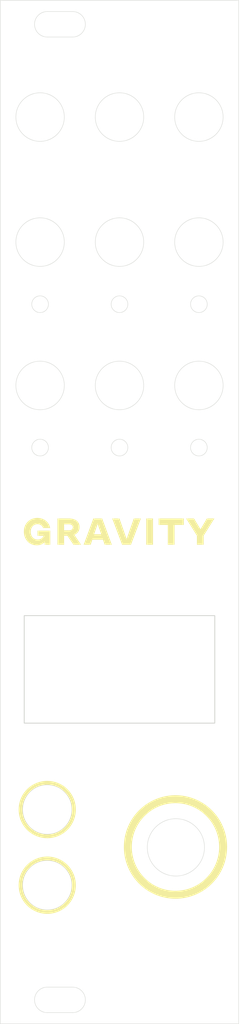
<source format=kicad_pcb>
(kicad_pcb (version 20211014) (generator pcbnew)

  (general
    (thickness 1.6)
  )

  (paper "A4")
  (layers
    (0 "F.Cu" signal)
    (31 "B.Cu" signal)
    (32 "B.Adhes" user "B.Adhesive")
    (33 "F.Adhes" user "F.Adhesive")
    (34 "B.Paste" user)
    (35 "F.Paste" user)
    (36 "B.SilkS" user "B.Silkscreen")
    (37 "F.SilkS" user "F.Silkscreen")
    (38 "B.Mask" user)
    (39 "F.Mask" user)
    (40 "Dwgs.User" user "User.Drawings")
    (41 "Cmts.User" user "User.Comments")
    (42 "Eco1.User" user "User.Eco1")
    (43 "Eco2.User" user "User.Eco2")
    (44 "Edge.Cuts" user)
    (45 "Margin" user)
    (46 "B.CrtYd" user "B.Courtyard")
    (47 "F.CrtYd" user "F.Courtyard")
    (48 "B.Fab" user)
    (49 "F.Fab" user)
    (50 "User.1" user)
    (51 "User.2" user)
    (52 "User.3" user)
    (53 "User.4" user)
    (54 "User.5" user)
    (55 "User.6" user)
    (56 "User.7" user)
    (57 "User.8" user)
    (58 "User.9" user)
  )

  (setup
    (pad_to_mask_clearance 0)
    (aux_axis_origin 60 31.75)
    (pcbplotparams
      (layerselection 0x00010fc_ffffffff)
      (disableapertmacros false)
      (usegerberextensions false)
      (usegerberattributes true)
      (usegerberadvancedattributes true)
      (creategerberjobfile true)
      (svguseinch false)
      (svgprecision 6)
      (excludeedgelayer true)
      (plotframeref false)
      (viasonmask false)
      (mode 1)
      (useauxorigin false)
      (hpglpennumber 1)
      (hpglpenspeed 20)
      (hpglpendiameter 15.000000)
      (dxfpolygonmode true)
      (dxfimperialunits true)
      (dxfusepcbnewfont true)
      (psnegative false)
      (psa4output false)
      (plotreference true)
      (plotvalue true)
      (plotinvisibletext false)
      (sketchpadsonfab false)
      (subtractmaskfromsilk false)
      (outputformat 1)
      (mirror false)
      (drillshape 0)
      (scaleselection 1)
      (outputdirectory "Gerbers/")
    )
  )

  (net 0 "")

  (gr_poly
    (pts
      (xy 83.094708 97.615455)
      (xy 81.934571 97.615455)
      (xy 81.934571 100.100574)
      (xy 81.086045 100.100574)
      (xy 81.086045 97.615455)
      (xy 79.92591 97.615455)
      (xy 79.92591 96.8)
      (xy 83.094708 96.8)
    ) (layer "F.SilkS") (width 0) (fill solid) (tstamp 2231d657-56f5-47bb-95a1-44e2b44949fc))
  (gr_circle (center 82.05 138.05) (end 88.05 138.05) (layer "F.SilkS") (width 1) (fill none) (tstamp 27a42063-36cb-405f-9130-beff536d6cf6))
  (gr_poly
    (pts
      (xy 79.218976 100.100574)
      (xy 78.369931 100.100574)
      (xy 78.369931 96.8)
      (xy 79.218976 96.8)
    ) (layer "F.SilkS") (width 0) (fill solid) (tstamp 68b35a01-9e3f-4a32-aa0d-41b05728f94a))
  (gr_poly
    (pts
      (xy 64.709626 96.729846)
      (xy 64.760078 96.731774)
      (xy 64.809979 96.734989)
      (xy 64.85933 96.73949)
      (xy 64.90813 96.745278)
      (xy 64.956378 96.752353)
      (xy 65.004074 96.760717)
      (xy 65.051218 96.77037)
      (xy 65.097809 96.781312)
      (xy 65.143848 96.793544)
      (xy 65.189333 96.807066)
      (xy 65.234265 96.821879)
      (xy 65.278643 96.837984)
      (xy 65.322466 96.85538)
      (xy 65.365735 96.874069)
      (xy 65.408449 96.894051)
      (xy 65.450996 96.914589)
      (xy 65.492586 96.936123)
      (xy 65.533219 96.958654)
      (xy 65.572895 96.982181)
      (xy 65.611614 97.006703)
      (xy 65.649375 97.032221)
      (xy 65.686179 97.058734)
      (xy 65.722025 97.086242)
      (xy 65.756914 97.114744)
      (xy 65.790844 97.144241)
      (xy 65.823817 97.174732)
      (xy 65.855831 97.206216)
      (xy 65.886888 97.238694)
      (xy 65.916985 97.272165)
      (xy 65.946125 97.30663)
      (xy 65.974305 97.342086)
      (xy 66.001966 97.378368)
      (xy 66.028366 97.415309)
      (xy 66.053508 97.452909)
      (xy 66.077392 97.491169)
      (xy 66.100019 97.53009)
      (xy 66.12139 97.569672)
      (xy 66.141507 97.609916)
      (xy 66.16037 97.650822)
      (xy 66.177981 97.692391)
      (xy 66.19434 97.734624)
      (xy 66.209449 97.777522)
      (xy 66.223309 97.821084)
      (xy 66.235921 97.865311)
      (xy 66.247286 97.910205)
      (xy 66.257404 97.955766)
      (xy 66.266278 98.001994)
      (xy 65.375376 98.001994)
      (xy 65.365503 97.974092)
      (xy 65.354746 97.946967)
      (xy 65.343105 97.920618)
      (xy 65.330579 97.895046)
      (xy 65.317169 97.870249)
      (xy 65.302875 97.846227)
      (xy 65.287696 97.82298)
      (xy 65.271633 97.800506)
      (xy 65.254687 97.778807)
      (xy 65.236856 97.75788)
      (xy 65.218141 97.737726)
      (xy 65.198542 97.718344)
      (xy 65.17806 97.699734)
      (xy 65.156693 97.681894)
      (xy 65.134443 97.664826)
      (xy 65.111309 97.648527)
      (xy 65.088044 97.632537)
      (xy 65.064222 97.617573)
      (xy 65.039843 97.603635)
      (xy 65.014909 97.590725)
      (xy 64.989419 97.578843)
      (xy 64.963374 97.567991)
      (xy 64.936776 97.558168)
      (xy 64.909625 97.549376)
      (xy 64.88192 97.541615)
      (xy 64.853665 97.534886)
      (xy 64.824857 97.529191)
      (xy 64.7955 97.524529)
      (xy 64.765592 97.520902)
      (xy 64.735135 97.51831)
      (xy 64.70413 97.516754)
      (xy 64.672576 97.516236)
      (xy 64.641564 97.516719)
      (xy 64.611 97.518168)
      (xy 64.580885 97.520582)
      (xy 64.551217 97.52396)
      (xy 64.521996 97.5283)
      (xy 64.493219 97.533601)
      (xy 64.464887 97.539862)
      (xy 64.436997 97.547082)
      (xy 64.40955 97.55526)
      (xy 64.382544 97.564395)
      (xy 64.355978 97.574485)
      (xy 64.32985 97.585529)
      (xy 64.304161 97.597526)
      (xy 64.278908 97.610476)
      (xy 64.254091 97.624376)
      (xy 64.229709 97.639226)
      (xy 64.205876 97.654918)
      (xy 64.182704 97.671348)
      (xy 64.160196 97.688516)
      (xy 64.13835 97.70642)
      (xy 64.117167 97.725061)
      (xy 64.096647 97.74444)
      (xy 64.07679 97.764555)
      (xy 64.057596 97.785407)
      (xy 64.039065 97.806996)
      (xy 64.021197 97.829321)
      (xy 64.003992 97.852383)
      (xy 63.987451 97.876182)
      (xy 63.971573 97.900717)
      (xy 63.956358 97.925988)
      (xy 63.941807 97.951996)
      (xy 63.927919 97.97874)
      (xy 63.914786 98.006091)
      (xy 63.902498 98.03392)
      (xy 63.891057 98.062228)
      (xy 63.880462 98.091014)
      (xy 63.870713 98.120279)
      (xy 63.861811 98.150022)
      (xy 63.853755 98.180244)
      (xy 63.846547 98.210945)
      (xy 63.840186 98.242125)
      (xy 63.834672 98.273784)
      (xy 63.830006 98.305922)
      (xy 63.826188 98.338539)
      (xy 63.823218 98.371635)
      (xy 63.821096 98.405211)
      (xy 63.819823 98.439266)
      (xy 63.819398 98.4738)
      (xy 63.81984 98.508922)
      (xy 63.821167 98.543562)
      (xy 63.823377 98.577721)
      (xy 63.826472 98.611398)
      (xy 63.830451 98.644595)
      (xy 63.835315 98.677311)
      (xy 63.841062 98.709548)
      (xy 63.847693 98.741305)
      (xy 63.855209 98.772583)
      (xy 63.863608 98.803383)
      (xy 63.872892 98.833705)
      (xy 63.88306 98.86355)
      (xy 63.894111 98.892917)
      (xy 63.906047 98.921808)
      (xy 63.918866 98.950223)
      (xy 63.93257 98.978162)
      (xy 63.947063 99.005494)
      (xy 63.962253 99.032087)
      (xy 63.97814 99.057941)
      (xy 63.994724 99.083057)
      (xy 64.012006 99.107435)
      (xy 64.029986 99.131076)
      (xy 64.048666 99.153979)
      (xy 64.068044 99.176145)
      (xy 64.088123 99.197575)
      (xy 64.108902 99.218268)
      (xy 64.130382 99.238225)
      (xy 64.152563 99.257446)
      (xy 64.175447 99.275931)
      (xy 64.199032 99.293681)
      (xy 64.223321 99.310697)
      (xy 64.248313 99.326978)
      (xy 64.273841 99.341822)
      (xy 64.299739 99.355705)
      (xy 64.326005 99.368629)
      (xy 64.35264 99.380593)
      (xy 64.379644 99.391599)
      (xy 64.407017 99.401645)
      (xy 64.434758 99.410733)
      (xy 64.462868 99.418863)
      (xy 64.491346 99.426035)
      (xy 64.520192 99.432249)
      (xy 64.549407 99.437507)
      (xy 64.578989 99.441807)
      (xy 64.60894 99.445152)
      (xy 64.639258 99.44754)
      (xy 64.669944 99.448973)
      (xy 64.700998 99.449451)
      (xy 64.722122 99.449233)
      (xy 64.743059 99.448578)
      (xy 64.763808 99.447485)
      (xy 64.784371 99.445954)
      (xy 64.804747 99.443984)
      (xy 64.824938 99.441575)
      (xy 64.844943 99.438724)
      (xy 64.864764 99.435433)
      (xy 64.8844 99.431699)
      (xy 64.903853 99.427522)
      (xy 64.923123 99.422902)
      (xy 64.94221 99.417838)
      (xy 64.961115 99.412329)
      (xy 64.979838 99.406374)
      (xy 64.99838 99.399972)
      (xy 65.016742 99.393123)
      (xy 65.034867 99.385298)
      (xy 65.052701 99.377144)
      (xy 65.070242 99.368662)
      (xy 65.087491 99.359851)
      (xy 65.104448 99.350711)
      (xy 65.12111 99.341241)
      (xy 65.137479 99.33144)
      (xy 65.153554 99.321309)
      (xy 65.169334 99.310846)
      (xy 65.184819 99.30005)
      (xy 65.200008 99.288922)
      (xy 65.214902 99.277461)
      (xy 65.229498 99.265667)
      (xy 65.243798 99.253538)
      (xy 65.257801 99.241074)
      (xy 65.271506 99.228276)
      (xy 65.285428 99.215159)
      (xy 65.298902 99.201741)
      (xy 65.31193 99.188024)
      (xy 65.324513 99.174009)
      (xy 65.33665 99.159695)
      (xy 65.348344 99.145084)
      (xy 65.359594 99.130177)
      (xy 65.370401 99.114974)
      (xy 65.380766 99.099477)
      (xy 65.39069 99.083686)
      (xy 65.400173 99.067602)
      (xy 65.409216 99.051225)
      (xy 65.41782 99.034557)
      (xy 65.425986 99.017599)
      (xy 65.433714 99.00035)
      (xy 65.441005 98.982813)
      (xy 64.672576 98.982813)
      (xy 64.672576 98.327555)
      (xy 66.285398 98.327555)
      (xy 66.285398 100.100574)
      (xy 65.573296 100.100574)
      (xy 65.573296 99.779663)
      (xy 65.550607 99.802909)
      (xy 65.527334 99.825495)
      (xy 65.503475 99.84742)
      (xy 65.479029 99.868685)
      (xy 65.453997 99.889288)
      (xy 65.428378 99.90923)
      (xy 65.402171 99.928509)
      (xy 65.375374 99.947126)
      (xy 65.347989 99.965079)
      (xy 65.320013 99.98237)
      (xy 65.291447 99.998996)
      (xy 65.262289 100.014957)
      (xy 65.232539 100.030254)
      (xy 65.202197 100.044886)
      (xy 65.171261 100.058852)
      (xy 65.139731 100.072152)
      (xy 65.108253 100.084145)
      (xy 65.076294 100.095368)
      (xy 65.043853 100.105821)
      (xy 65.010933 100.115504)
      (xy 64.977532 100.124415)
      (xy 64.943652 100.132554)
      (xy 64.909292 100.139922)
      (xy 64.874452 100.146516)
      (xy 64.839134 100.152336)
      (xy 64.803338 100.157383)
      (xy 64.767063 100.161654)
      (xy 64.73031 100.165151)
      (xy 64.69308 100.167871)
      (xy 64.655372 100.169815)
      (xy 64.578525 100.171371)
      (xy 64.521685 100.170504)
      (xy 64.465507 100.167905)
      (xy 64.409991 100.163572)
      (xy 64.355136 100.157507)
      (xy 64.300945 100.14971)
      (xy 64.247416 100.140181)
      (xy 64.194549 100.12892)
      (xy 64.142345 100.115928)
      (xy 64.090805 100.101204)
      (xy 64.039928 100.084749)
      (xy 63.989714 100.066563)
      (xy 63.940163 100.046646)
      (xy 63.891277 100.024999)
      (xy 63.843054 100.001622)
      (xy 63.795496 99.976515)
      (xy 63.748602 99.949679)
      (xy 63.703239 99.921309)
      (xy 63.659094 99.891605)
      (xy 63.616168 99.860567)
      (xy 63.57446 99.828196)
      (xy 63.53397 99.794495)
      (xy 63.494696 99.759463)
      (xy 63.456638 99.723103)
      (xy 63.419797 99.685415)
      (xy 63.384172 99.646401)
      (xy 63.349761 99.606063)
      (xy 63.316565 99.5644)
      (xy 63.284584 99.521416)
      (xy 63.253816 99.47711)
      (xy 63.224262 99.431485)
      (xy 63.195921 99.384541)
      (xy 63.168792 99.336279)
      (xy 63.143096 99.286422)
      (xy 63.119053 99.235867)
      (xy 63.096665 99.184615)
      (xy 63.07593 99.132665)
      (xy 63.056851 99.080016)
      (xy 63.039428 99.026669)
      (xy 63.023662 98.972622)
      (xy 63.009552 98.917876)
      (xy 62.9971 98.86243)
      (xy 62.986306 98.806284)
      (xy 62.977171 98.749437)
      (xy 62.969696 98.691889)
      (xy 62.963881 98.63364)
      (xy 62.959726 98.574689)
      (xy 62.957233 98.515035)
      (xy 62.956402 98.454679)
      (xy 62.957251 98.393201)
      (xy 62.959797 98.332536)
      (xy 62.964041 98.272686)
      (xy 62.969981 98.213649)
      (xy 62.977617 98.155424)
      (xy 62.986949 98.098012)
      (xy 62.997976 98.041411)
      (xy 63.010699 97.985621)
      (xy 63.025115 97.930642)
      (xy 63.041226 97.876472)
      (xy 63.059031 97.823112)
      (xy 63.078528 97.77056)
      (xy 63.099719 97.718816)
      (xy 63.122602 97.66788)
      (xy 63.147177 97.617752)
      (xy 63.173443 97.568429)
      (xy 63.201789 97.520174)
      (xy 63.231423 97.473246)
      (xy 63.262347 97.427646)
      (xy 63.29456 97.383373)
      (xy 63.328061 97.340428)
      (xy 63.362852 97.298809)
      (xy 63.398932 97.258517)
      (xy 63.436301 97.219552)
      (xy 63.47496 97.181912)
      (xy 63.514908 97.145598)
      (xy 63.556145 97.11061)
      (xy 63.598672 97.076948)
      (xy 63.642488 97.04461)
      (xy 63.687594 97.013598)
      (xy 63.733989 96.98391)
      (xy 63.781674 96.955546)
      (xy 63.830409 96.92814)
      (xy 63.879953 96.902501)
      (xy 63.930306 96.878629)
      (xy 63.981468 96.856526)
      (xy 64.03344 96.836191)
      (xy 64.086222 96.817624)
      (xy 64.139814 96.800824)
      (xy 64.194216 96.785793)
      (xy 64.249428 96.772531)
      (xy 64.305452 96.761036)
      (xy 64.362286 96.75131)
      (xy 64.41993 96.743352)
      (xy 64.478387 96.737162)
      (xy 64.537654 96.732741)
      (xy 64.597733 96.730088)
      (xy 64.658624 96.729204)
    ) (layer "F.SilkS") (width 0) (fill solid) (tstamp 6d174b1b-3c8b-4e87-9fdc-9a3759103cfe))
  (gr_poly
    (pts
      (xy 68.719058 96.801138)
      (xy 68.79318 96.804552)
      (xy 68.865243 96.810244)
      (xy 68.935246 96.818214)
      (xy 69.003188 96.828464)
      (xy 69.06907 96.840994)
      (xy 69.13289 96.855807)
      (xy 69.194647 96.872902)
      (xy 69.254342 96.892281)
      (xy 69.311973 96.913945)
      (xy 69.36754 96.937895)
      (xy 69.421042 96.964132)
      (xy 69.472479 96.992657)
      (xy 69.521851 97.023471)
      (xy 69.569156 97.056576)
      (xy 69.614394 97.091972)
      (xy 69.657215 97.128773)
      (xy 69.69727 97.167269)
      (xy 69.734559 97.207461)
      (xy 69.769083 97.249349)
      (xy 69.800842 97.292931)
      (xy 69.829837 97.338209)
      (xy 69.856068 97.385181)
      (xy 69.879536 97.433848)
      (xy 69.900241 97.48421)
      (xy 69.918183 97.536265)
      (xy 69.933364 97.590015)
      (xy 69.945784 97.645459)
      (xy 69.955443 97.702597)
      (xy 69.962342 97.761429)
      (xy 69.966481 97.821954)
      (xy 69.96786 97.884172)
      (xy 69.967194 97.926831)
      (xy 69.965196 97.968757)
      (xy 69.961868 98.009949)
      (xy 69.957209 98.050407)
      (xy 69.951221 98.09013)
      (xy 69.943904 98.129118)
      (xy 69.93526 98.167371)
      (xy 69.925289 98.204887)
      (xy 69.913991 98.241666)
      (xy 69.901369 98.277708)
      (xy 69.887421 98.313013)
      (xy 69.87215 98.347579)
      (xy 69.855556 98.381406)
      (xy 69.83764 98.414494)
      (xy 69.818403 98.446843)
      (xy 69.797845 98.478451)
      (xy 69.776078 98.50864)
      (xy 69.753214 98.537909)
      (xy 69.72925 98.56626)
      (xy 69.704187 98.593691)
      (xy 69.678022 98.620202)
      (xy 69.650756 98.645793)
      (xy 69.622387 98.670464)
      (xy 69.592913 98.694214)
      (xy 69.562334 98.717043)
      (xy 69.53065 98.738951)
      (xy 69.497858 98.759937)
      (xy 69.463957 98.780002)
      (xy 69.428948 98.799145)
      (xy 69.392828 98.817365)
      (xy 69.355597 98.834663)
      (xy 69.317254 98.851038)
      (xy 70.16113 100.100574)
      (xy 69.204082 100.100574)
      (xy 68.440305 98.973511)
      (xy 68.025343 98.973511)
      (xy 68.025343 100.100574)
      (xy 67.185601 100.100574)
      (xy 67.185601 98.289832)
      (xy 68.025343 98.289832)
      (xy 68.666648 98.289832)
      (xy 68.691675 98.289425)
      (xy 68.71607 98.288205)
      (xy 68.739834 98.286172)
      (xy 68.762967 98.283327)
      (xy 68.78547 98.27967)
      (xy 68.807344 98.275201)
      (xy 68.82859 98.269921)
      (xy 68.849209 98.26383)
      (xy 68.869202 98.256929)
      (xy 68.88857 98.249218)
      (xy 68.907313 98.240697)
      (xy 68.925433 98.231367)
      (xy 68.94293 98.221228)
      (xy 68.959804 98.21028)
      (xy 68.976059 98.198525)
      (xy 68.991692 98.185962)
      (xy 69.007107 98.172739)
      (xy 69.021522 98.159002)
      (xy 69.03494 98.144752)
      (xy 69.047361 98.129987)
      (xy 69.058785 98.114708)
      (xy 69.069213 98.098914)
      (xy 69.078645 98.082605)
      (xy 69.087081 98.065781)
      (xy 69.094524 98.048441)
      (xy 69.100972 98.030585)
      (xy 69.106427 98.012212)
      (xy 69.110888 97.993323)
      (xy 69.114358 97.973917)
      (xy 69.116835 97.953994)
      (xy 69.118321 97.933553)
      (xy 69.118816 97.912594)
      (xy 69.118321 97.891635)
      (xy 69.116835 97.871194)
      (xy 69.114358 97.85127)
      (xy 69.110888 97.831864)
      (xy 69.106427 97.812975)
      (xy 69.100972 97.794603)
      (xy 69.094524 97.776747)
      (xy 69.087081 97.759407)
      (xy 69.078645 97.742582)
      (xy 69.069213 97.726273)
      (xy 69.058785 97.71048)
      (xy 69.047361 97.695201)
      (xy 69.03494 97.680436)
      (xy 69.021522 97.666185)
      (xy 69.007107 97.652449)
      (xy 68.991692 97.639226)
      (xy 68.976059 97.626663)
      (xy 68.959804 97.614907)
      (xy 68.94293 97.60396)
      (xy 68.925433 97.593821)
      (xy 68.907313 97.584491)
      (xy 68.88857 97.57597)
      (xy 68.869202 97.568259)
      (xy 68.849209 97.561358)
      (xy 68.82859 97.555267)
      (xy 68.807344 97.549987)
      (xy 68.78547 97.545518)
      (xy 68.762967 97.541861)
      (xy 68.739834 97.539016)
      (xy 68.71607 97.536983)
      (xy 68.691675 97.535763)
      (xy 68.666648 97.535356)
      (xy 68.025343 97.535356)
      (xy 68.025343 98.289832)
      (xy 67.185601 98.289832)
      (xy 67.185601 96.8)
      (xy 68.642876 96.8)
    ) (layer "F.SilkS") (width 0) (fill solid) (tstamp b489d3ea-b83a-4e26-816d-5f50c70f19a3))
  (gr_circle (center 65.9 133.35) (end 69.25 133.3) (layer "F.SilkS") (width 0.5) (fill none) (tstamp b78e9efe-5478-4b52-ab38-e7bb344f49ab))
  (gr_poly
    (pts
      (xy 75.889979 99.360051)
      (xy 75.903932 99.360051)
      (xy 76.8 96.8)
      (xy 77.696071 96.8)
      (xy 76.446535 100.100574)
      (xy 75.328773 100.100574)
      (xy 74.079237 96.8)
      (xy 74.99391 96.8)
    ) (layer "F.SilkS") (width 0) (fill solid) (tstamp e562795b-0838-47e5-8d74-781262032f15))
  (gr_poly
    (pts
      (xy 85.20259 98.15754)
      (xy 86.00409 96.8)
      (xy 86.956487 96.8)
      (xy 85.598431 98.964209)
      (xy 85.598431 100.100574)
      (xy 84.749904 100.100574)
      (xy 84.749904 98.964209)
      (xy 83.391847 96.8)
      (xy 84.381968 96.8)
    ) (layer "F.SilkS") (width 0) (fill solid) (tstamp ee9fb21a-0691-43cd-84d9-a1aef0b1a955))
  (gr_circle (center 65.900373 142.85) (end 69.250373 142.8) (layer "F.SilkS") (width 0.5) (fill none) (tstamp f78cb8cb-0881-462c-b834-07b41afc2156))
  (gr_poly
    (pts
      (xy 74.036863 100.100574)
      (xy 73.136142 100.100574)
      (xy 72.914967 99.46392)
      (xy 71.584816 99.46392)
      (xy 71.368292 100.100574)
      (xy 70.486175 100.100574)
      (xy 70.973145 98.784892)
      (xy 71.806508 98.784892)
      (xy 72.697926 98.784892)
      (xy 72.263844 97.535356)
      (xy 72.230771 97.535356)
      (xy 71.806508 98.784892)
      (xy 70.973145 98.784892)
      (xy 71.707806 96.8)
      (xy 72.815749 96.8)
    ) (layer "F.SilkS") (width 0) (fill solid) (tstamp ff99194c-0f5a-480d-bbf5-14de087c9afd))
  (gr_poly
    (pts
      (xy 87.910539 36.314034)
      (xy 87.924276 36.31447)
      (xy 87.937862 36.315197)
      (xy 87.951297 36.316216)
      (xy 87.964581 36.317525)
      (xy 87.977715 36.319125)
      (xy 87.990698 36.321016)
      (xy 88.003529 36.323198)
      (xy 88.016211 36.325671)
      (xy 88.028741 36.328435)
      (xy 88.04112 36.33149)
      (xy 88.053349 36.334835)
      (xy 88.065427 36.338472)
      (xy 88.077354 36.342399)
      (xy 88.08913 36.346617)
      (xy 88.100755 36.351126)
      (xy 88.112348 36.355937)
      (xy 88.123683 36.361061)
      (xy 88.134759 36.366497)
      (xy 88.145578 36.372246)
      (xy 88.156138 36.378307)
      (xy 88.16644 36.384681)
      (xy 88.176483 36.391368)
      (xy 88.186268 36.398367)
      (xy 88.195795 36.405678)
      (xy 88.205062 36.413302)
      (xy 88.214071 36.421238)
      (xy 88.222821 36.429486)
      (xy 88.231313 36.438047)
      (xy 88.239545 36.44692)
      (xy 88.247518 36.456105)
      (xy 88.255232 36.465602)
      (xy 88.262624 36.475224)
      (xy 88.269628 36.485125)
      (xy 88.276245 36.495306)
      (xy 88.282474 36.505766)
      (xy 88.288315 36.516507)
      (xy 88.293769 36.527527)
      (xy 88.298835 36.538828)
      (xy 88.303514 36.550409)
      (xy 88.307805 36.56227)
      (xy 88.311709 36.574411)
      (xy 88.315226 36.586833)
      (xy 88.318355 36.599535)
      (xy 88.321097 36.612518)
      (xy 88.323452 36.625781)
      (xy 88.32542 36.639325)
      (xy 88.327001 36.653149)
      (xy 88.151853 36.653149)
      (xy 88.149434 36.641761)
      (xy 88.146659 36.630698)
      (xy 88.143527 36.619959)
      (xy 88.140039 36.609544)
      (xy 88.136194 36.599454)
      (xy 88.131994 36.589686)
      (xy 88.127438 36.580243)
      (xy 88.122526 36.571123)
      (xy 88.117259 36.562326)
      (xy 88.111636 36.553852)
      (xy 88.105658 36.545701)
      (xy 88.099325 36.537873)
      (xy 88.092636 36.530368)
      (xy 88.085594 36.523184)
      (xy 88.078196 36.516323)
      (xy 88.070444 36.509784)
      (xy 88.062385 36.503438)
      (xy 88.054069 36.497499)
      (xy 88.045495 36.491969)
      (xy 88.036664 36.486848)
      (xy 88.027574 36.482136)
      (xy 88.018226 36.477833)
      (xy 88.008619 36.473939)
      (xy 87.998755 36.470454)
      (xy 87.988631 36.467378)
      (xy 87.978249 36.464712)
      (xy 87.967608 36.462456)
      (xy 87.956708 36.46061)
      (xy 87.945549 36.459174)
      (xy 87.93413 36.458148)
      (xy 87.922452 36.457532)
      (xy 87.910514 36.457326)
      (xy 87.901569 36.457457)
      (xy 87.892665 36.457847)
      (xy 87.883803 36.458497)
      (xy 87.874984 36.459405)
      (xy 87.866208 36.460572)
      (xy 87.857476 36.461997)
      (xy 87.848788 36.463678)
      (xy 87.840145 36.465616)
      (xy 87.836045 36.466699)
      (xy 87.832022 36.467879)
      (xy 87.828075 36.469155)
      (xy 87.824204 36.470529)
      (xy 87.820409 36.471999)
      (xy 87.816691 36.473566)
      (xy 87.813048 36.47523)
      (xy 87.80948 36.476991)
      (xy 87.805988 36.47885)
      (xy 87.802572 36.480805)
      (xy 87.79923 36.482857)
      (xy 87.795964 36.485006)
      (xy 87.792772 36.487252)
      (xy 87.789656 36.489595)
      (xy 87.786613 36.492035)
      (xy 87.783645 36.494572)
      (xy 87.780978 36.497034)
      (xy 87.778482 36.499594)
      (xy 87.776157 36.50225)
      (xy 87.774003 36.505004)
      (xy 87.77202 36.507856)
      (xy 87.770209 36.510804)
      (xy 87.768569 36.513849)
      (xy 87.767101 36.516992)
      (xy 87.765805 36.520231)
      (xy 87.764681 36.523567)
      (xy 87.76373 36.527)
      (xy 87.762952 36.53053)
      (xy 87.762346 36.534156)
      (xy 87.761912 36.53788)
      (xy 87.761653 36.541699)
      (xy 87.761566 36.545615)
      (xy 87.761657 36.549548)
      (xy 87.761931 36.553415)
      (xy 87.762389 36.557218)
      (xy 87.763029 36.560956)
      (xy 87.763852 36.564629)
      (xy 87.764858 36.568237)
      (xy 87.766047 36.57178)
      (xy 87.767419 36.575259)
      (xy 87.768975 36.578673)
      (xy 87.770713 36.582023)
      (xy 87.772635 36.585308)
      (xy 87.774741 36.588528)
      (xy 87.777029 36.591684)
      (xy 87.779501 36.594776)
      (xy 87.782157 36.597803)
      (xy 87.784996 36.600766)
      (xy 87.788153 36.603675)
      (xy 87.791417 36.606542)
      (xy 87.794789 36.609366)
      (xy 87.798269 36.612149)
      (xy 87.801857 36.614889)
      (xy 87.805552 36.617586)
      (xy 87.809355 36.62024)
      (xy 87.813265 36.622851)
      (xy 87.817283 36.625419)
      (xy 87.821409 36.627944)
      (xy 87.829984 36.632864)
      (xy 87.83899 36.637609)
      (xy 87.848426 36.642178)
      (xy 87.858641 36.646424)
      (xy 87.86998 36.650885)
      (xy 87.882443 36.655562)
      (xy 87.896027 36.660455)
      (xy 87.926556 36.670886)
      (xy 87.961555 36.682178)
      (xy 87.961911 36.682183)
      (xy 87.962264 36.682198)
      (xy 87.962615 36.682224)
      (xy 87.962964 36.682259)
      (xy 87.963311 36.682305)
      (xy 87.963657 36.682362)
      (xy 87.964001 36.682429)
      (xy 87.964343 36.682507)
      (xy 87.964685 36.682595)
      (xy 87.965026 36.682694)
      (xy 87.965365 36.682804)
      (xy 87.965704 36.682925)
      (xy 87.966043 36.683056)
      (xy 87.966381 36.683199)
      (xy 87.966718 36.683353)
      (xy 87.967056 36.683518)
      (xy 87.967395 36.683524)
      (xy 87.967735 36.683541)
      (xy 87.968078 36.683571)
      (xy 87.968422 36.683612)
      (xy 87.968767 36.683664)
      (xy 87.969113 36.683727)
      (xy 87.969459 36.683801)
      (xy 87.969806 36.683887)
      (xy 87.970153 36.683982)
      (xy 87.9705 36.684089)
      (xy 87.970846 36.684205)
      (xy 87.971191 36.684332)
      (xy 87.971535 36.684469)
      (xy 87.971877 36.684616)
      (xy 87.972218 36.684772)
      (xy 87.972557 36.684938)
      (xy 87.978058 36.687698)
      (xy 87.97856 36.687703)
      (xy 87.979056 36.687718)
      (xy 87.979543 36.687743)
      (xy 87.980022 36.687779)
      (xy 87.980492 36.687825)
      (xy 87.980953 36.687882)
      (xy 87.981404 36.687949)
      (xy 87.981846 36.688026)
      (xy 87.982276 36.688115)
      (xy 87.982696 36.688214)
      (xy 87.983104 36.688324)
      (xy 87.9835 36.688444)
      (xy 87.983884 36.688576)
      (xy 87.984256 36.688719)
      (xy 87.984614 36.688873)
      (xy 87.984958 36.689038)
      (xy 88.012324 36.6977)
      (xy 88.038567 36.706449)
      (xy 88.063689 36.715285)
      (xy 88.08769 36.724206)
      (xy 88.110571 36.733214)
      (xy 88.132332 36.742308)
      (xy 88.152974 36.751488)
      (xy 88.172496 36.760754)
      (xy 88.181871 36.765338)
      (xy 88.19103 36.770127)
      (xy 88.199972 36.775121)
      (xy 88.208699 36.780319)
      (xy 88.21721 36.785722)
      (xy 88.225504 36.79133)
      (xy 88.233584 36.797142)
      (xy 88.241447 36.803159)
      (xy 88.249095 36.80938)
      (xy 88.256528 36.815807)
      (xy 88.263745 36.822438)
      (xy 88.270746 36.829274)
      (xy 88.277533 36.836314)
      (xy 88.284104 36.84356)
      (xy 88.290461 36.85101)
      (xy 88.296602 36.858665)
      (xy 88.302614 36.866552)
      (xy 88.308238 36.874698)
      (xy 88.313473 36.883103)
      (xy 88.318321 36.891766)
      (xy 88.32278 36.900689)
      (xy 88.326851 36.90987)
      (xy 88.330534 36.91931)
      (xy 88.333829 36.929008)
      (xy 88.336736 36.938965)
      (xy 88.339256 36.949181)
      (xy 88.341387 36.959655)
      (xy 88.343131 36.970387)
      (xy 88.344488 36.981378)
      (xy 88.345456 36.992627)
      (xy 88.346037 37.004135)
      (xy 88.346231 37.0159)
      (xy 88.346005 37.028193)
      (xy 88.345327 37.040248)
      (xy 88.344196 37.052066)
      (xy 88.342613 37.063645)
      (xy 88.340578 37.074988)
      (xy 88.338091 37.086093)
      (xy 88.335151 37.096961)
      (xy 88.331758 37.107592)
      (xy 88.327913 37.117985)
      (xy 88.323615 37.128142)
      (xy 88.318865 37.138062)
      (xy 88.313662 37.147745)
      (xy 88.308006 37.157192)
      (xy 88.301897 37.166402)
      (xy 88.295335 37.175376)
      (xy 88.28832 37.184113)
      (xy 88.280924 37.192431)
      (xy 88.273215 37.200491)
      (xy 88.265194 37.208293)
      (xy 88.25686 37.215837)
      (xy 88.248215 37.223122)
      (xy 88.239257 37.23015)
      (xy 88.229986 37.236919)
      (xy 88.220404 37.243429)
      (xy 88.210509 37.249682)
      (xy 88.200302 37.255675)
      (xy 88.189782 37.26141)
      (xy 88.17895 37.266885)
      (xy 88.167805 37.272102)
      (xy 88.156349 37.27706)
      (xy 88.144579 37.281759)
      (xy 88.132497 37.286198)
      (xy 88.120172 37.290373)
      (xy 88.107674 37.294279)
      (xy 88.095003 37.297915)
      (xy 88.08216 37.301282)
      (xy 88.055956 37.307208)
      (xy 88.029061 37.312057)
      (xy 88.001477 37.315828)
      (xy 87.973203 37.318521)
      (xy 87.944241 37.320137)
      (xy 87.914589 37.320676)
      (xy 87.899677 37.320525)
      (xy 87.884937 37.320071)
      (xy 87.870369 37.319315)
      (xy 87.855974 37.318257)
      (xy 87.84175 37.316896)
      (xy 87.827699 37.315234)
      (xy 87.813821 37.313269)
      (xy 87.800115 37.311003)
      (xy 87.786581 37.308435)
      (xy 87.77322 37.305566)
      (xy 87.760031 37.302395)
      (xy 87.747015 37.298922)
      (xy 87.734172 37.295149)
      (xy 87.721502 37.291074)
      (xy 87.709004 37.286698)
      (xy 87.69668 37.282022)
      (xy 87.684585 37.277044)
      (xy 87.672781 37.271766)
      (xy 87.661269 37.266186)
      (xy 87.650048 37.260304)
      (xy 87.639118 37.254121)
      (xy 87.62848 37.247637)
      (xy 87.618132 37.240851)
      (xy 87.608076 37.233764)
      (xy 87.59831 37.226375)
      (xy 87.588836 37.218684)
      (xy 87.579652 37.210691)
      (xy 87.57076 37.202397)
      (xy 87.562158 37.1938)
      (xy 87.553847 37.184902)
      (xy 87.545827 37.175702)
      (xy 87.538097 37.166199)
      (xy 87.530705 37.156233)
      (xy 87.523702 37.145987)
      (xy 87.517088 37.135461)
      (xy 87.510862 37.124655)
      (xy 87.505024 37.11357)
      (xy 87.499575 37.102204)
      (xy 87.494513 37.090558)
      (xy 87.489839 37.078633)
      (xy 87.485552 37.066427)
      (xy 87.481653 37.053941)
      (xy 87.478141 37.041174)
      (xy 87.475015 37.028128)
      (xy 87.472276 37.014801)
      (xy 87.469924 37.001194)
      (xy 87.467957 36.987307)
      (xy 87.466377 36.973139)
      (xy 87.636003 36.973139)
      (xy 87.637484 36.981171)
      (xy 87.63917 36.989063)
      (xy 87.641061 36.996815)
      (xy 87.643158 37.004428)
      (xy 87.645459 37.0119)
      (xy 87.647965 37.019233)
      (xy 87.650677 37.026425)
      (xy 87.653592 37.033478)
      (xy 87.656713 37.04039)
      (xy 87.660038 37.047163)
      (xy 87.663568 37.053795)
      (xy 87.667303 37.060287)
      (xy 87.671241 37.066639)
      (xy 87.675385 37.072851)
      (xy 87.679732 37.078922)
      (xy 87.684284 37.084853)
      (xy 87.689009 37.090629)
      (xy 87.693875 37.096231)
      (xy 87.698879 37.101662)
      (xy 87.704024 37.10692)
      (xy 87.709309 37.112006)
      (xy 87.714733 37.116919)
      (xy 87.720297 37.12166)
      (xy 87.726001 37.126228)
      (xy 87.731845 37.130625)
      (xy 87.737829 37.134848)
      (xy 87.743953 37.1389)
      (xy 87.750217 37.142778)
      (xy 87.756621 37.146485)
      (xy 87.763165 37.150019)
      (xy 87.76985 37.153381)
      (xy 87.776674 37.15657)
      (xy 87.783774 37.159408)
      (xy 87.790938 37.162063)
      (xy 87.798167 37.164535)
      (xy 87.80546 37.166823)
      (xy 87.812818 37.168929)
      (xy 87.820241 37.170851)
      (xy 87.827727 37.17259)
      (xy 87.835279 37.174146)
      (xy 87.842895 37.17552)
      (xy 87.850576 37.176709)
      (xy 87.858321 37.177716)
      (xy 87.866131 37.17854)
      (xy 87.874006 37.179181)
      (xy 87.881946 37.179638)
      (xy 87.88995 37.179913)
      (xy 87.898019 37.180004)
      (xy 87.907054 37.179913)
      (xy 87.915883 37.179639)
      (xy 87.924509 37.179181)
      (xy 87.93293 37.178541)
      (xy 87.941146 37.177717)
      (xy 87.949158 37.176711)
      (xy 87.956966 37.175521)
      (xy 87.964568 37.174148)
      (xy 87.971966 37.172592)
      (xy 87.97916 37.170853)
      (xy 87.986148 37.168931)
      (xy 87.992932 37.166825)
      (xy 87.99951 37.164536)
      (xy 88.005884 37.162064)
      (xy 88.012053 37.159409)
      (xy 88.018016 37.15657)
      (xy 88.023695 37.153375)
      (xy 88.029008 37.149996)
      (xy 88.033956 37.146433)
      (xy 88.038538 37.142686)
      (xy 88.042755 37.138756)
      (xy 88.046606 37.134643)
      (xy 88.05009 37.130346)
      (xy 88.053209 37.125865)
      (xy 88.055961 37.121202)
      (xy 88.058347 37.116356)
      (xy 88.060366 37.111326)
      (xy 88.062018 37.106114)
      (xy 88.063303 37.10072)
      (xy 88.064222 37.095142)
      (xy 88.064773 37.089382)
      (xy 88.064956 37.08344)
      (xy 88.064864 37.079007)
      (xy 88.064587 37.074672)
      (xy 88.064126 37.070434)
      (xy 88.063481 37.066295)
      (xy 88.062652 37.062252)
      (xy 88.061639 37.058307)
      (xy 88.060443 37.054459)
      (xy 88.059063 37.050708)
      (xy 88.0575 37.047054)
      (xy 88.055754 37.043497)
      (xy 88.053825 37.040037)
      (xy 88.051714 37.036673)
      (xy 88.04942 37.033406)
      (xy 88.046944 37.030235)
      (xy 88.044286 37.02716)
      (xy 88.041446 37.024182)
      (xy 88.038608 37.021105)
      (xy 88.035609 37.018083)
      (xy 88.032448 37.015114)
      (xy 88.029127 37.012199)
      (xy 88.025644 37.009337)
      (xy 88.022 37.00653)
      (xy 88.018195 37.003776)
      (xy 88.014228 37.001076)
      (xy 88.0101 36.99843)
      (xy 88.005809 36.995838)
      (xy 88.001357 36.9933)
      (xy 87.996744 36.990816)
      (xy 87.991968 36.988387)
      (xy 87.98703 36.986011)
      (xy 87.98193 36.983689)
      (xy 87.976667 36.981422)
      (xy 87.96572 36.976808)
      (xy 87.953567 36.971933)
      (xy 87.925645 36.961402)
      (xy 87.892897 36.949837)
      (xy 87.855322 36.937247)
      (xy 87.853922 36.937247)
      (xy 87.826576 36.927981)
      (xy 87.800393 36.9188)
      (xy 87.775372 36.909706)
      (xy 87.751515 36.900699)
      (xy 87.728821 36.891777)
      (xy 87.707292 36.882942)
      (xy 87.686928 36.874193)
      (xy 87.66773 36.86553)
      (xy 87.658674 36.861114)
      (xy 87.649781 36.856482)
      (xy 87.64105 36.851636)
      (xy 87.632482 36.846575)
      (xy 87.624076 36.841298)
      (xy 87.615833 36.835807)
      (xy 87.607751 36.8301)
      (xy 87.599831 36.824178)
      (xy 87.592073 36.81804)
      (xy 87.584476 36.811687)
      (xy 87.577041 36.805118)
      (xy 87.569766 36.798333)
      (xy 87.562653 36.791333)
      (xy 87.5557 36.784116)
      (xy 87.548908 36.776683)
      (xy 87.542277 36.769034)
      (xy 87.536098 36.761142)
      (xy 87.530317 36.752981)
      (xy 87.524934 36.74455)
      (xy 87.51995 36.735851)
      (xy 87.515365 36.726883)
      (xy 87.511178 36.717645)
      (xy 87.507389 36.708138)
      (xy 87.504 36.698361)
      (xy 87.501009 36.688316)
      (xy 87.498417 36.678001)
      (xy 87.496223 36.667416)
      (xy 87.494428 36.656562)
      (xy 87.493032 36.645438)
      (xy 87.492035 36.634045)
      (xy 87.491437 36.622383)
      (xy 87.491237 36.61045)
      (xy 87.491463 36.597833)
      (xy 87.492142 36.585496)
      (xy 87.493273 36.573439)
      (xy 87.494856 36.561661)
      (xy 87.496892 36.550163)
      (xy 87.49938 36.538944)
      (xy 87.50232 36.528006)
      (xy 87.505713 36.517347)
      (xy 87.509559 36.506969)
      (xy 87.513857 36.496871)
      (xy 87.518607 36.487053)
      (xy 87.52381 36.477516)
      (xy 87.529466 36.468259)
      (xy 87.535574 36.459282)
      (xy 87.542134 36.450586)
      (xy 87.549147 36.442171)
      (xy 87.556689 36.43387)
      (xy 87.56449 36.42586)
      (xy 87.57255 36.418141)
      (xy 87.580869 36.410712)
      (xy 87.589446 36.403575)
      (xy 87.598282 36.396728)
      (xy 87.607377 36.390173)
      (xy 87.61673 36.383908)
      (xy 87.626342 36.377934)
      (xy 87.636213 36.372251)
      (xy 87.646342 36.366859)
      (xy 87.656729 36.361758)
      (xy 87.667375 36.356947)
      (xy 87.678279 36.352427)
      (xy 87.689442 36.348198)
      (xy 87.700863 36.34426)
      (xy 87.724436 36.337147)
      (xy 87.748268 36.33098)
      (xy 87.772359 36.32576)
      (xy 87.796707 36.321488)
      (xy 87.821314 36.318165)
      (xy 87.846179 36.31579)
      (xy 87.871302 36.314365)
      (xy 87.896684 36.31389)
      (xy 87.896652 36.313888)
    ) (layer "F.Mask") (width 0) (fill solid) (tstamp 0b15a35d-1a35-481e-bf7e-0a7772510267))
  (gr_poly
    (pts
      (xy 83.712518 36.915226)
      (xy 83.90423 36.334632)
      (xy 84.290352 36.334632)
      (xy 84.290352 37.300001)
      (xy 83.991099 37.300001)
      (xy 83.991099 36.535975)
      (xy 83.730429 37.300001)
      (xy 83.545652 37.300001)
      (xy 83.287745 36.547017)
      (xy 83.287745 37.300001)
      (xy 83.120878 37.300001)
      (xy 83.120878 36.334632)
      (xy 83.518042 36.334632)
    ) (layer "F.Mask") (width 0) (fill solid) (tstamp 0f16cafe-9e9a-4de0-97c6-482d806ada66))
  (gr_poly
    (pts
      (xy 84.300721 34.605167)
      (xy 84.439775 34.605167)
      (xy 85.068653 33.575825)
      (xy 85.856383 33.575825)
      (xy 85.187776 34.674728)
      (xy 85.927089 35.889252)
      (xy 86.197928 35.124821)
      (xy 86.932058 35.124821)
      (xy 87.488141 35.124821)
      (xy 87.216697 34.30396)
      (xy 87.206797 34.30396)
      (xy 86.932058 35.124821)
      (xy 86.197928 35.124821)
      (xy 86.746738 33.575825)
      (xy 87.68672 33.575825)
      (xy 88.507581 35.892685)
      (xy 87.739648 35.892685)
      (xy 87.557632 35.343268)
      (xy 86.86256 35.343268)
      (xy 86.680543 35.892685)
      (xy 85.065353 35.892685)
      (xy 84.436476 34.863343)
      (xy 84.300722 34.863343)
      (xy 84.300722 35.892685)
      (xy 83.579186 35.892685)
      (xy 83.579186 33.575825)
      (xy 84.300721 33.575825)
    ) (layer "F.Mask") (width 0) (fill solid) (tstamp 14df312c-e30c-478a-8213-42ce6e3d0617))
  (gr_arc (start 67.15 130) (mid 70.503554 125.683922) (end 75.05 122.65) (layer "F.Mask") (width 0.4) (tstamp 2ac8a92f-f004-43fd-b6a3-f1e39b85d228))
  (gr_poly
    (pts
      (xy 79.382241 36.314032)
      (xy 79.395978 36.314468)
      (xy 79.409564 36.315196)
      (xy 79.422999 36.316214)
      (xy 79.436283 36.317523)
      (xy 79.449417 36.319123)
      (xy 79.4624 36.321014)
      (xy 79.475231 36.323196)
      (xy 79.487913 36.325669)
      (xy 79.500443 36.328433)
      (xy 79.512822 36.331488)
      (xy 79.525051 36.334833)
      (xy 79.537128 36.33847)
      (xy 79.549055 36.342397)
      (xy 79.560831 36.346615)
      (xy 79.572457 36.351124)
      (xy 79.58405 36.355935)
      (xy 79.595385 36.361059)
      (xy 79.606462 36.366495)
      (xy 79.61728 36.372244)
      (xy 79.62784 36.378305)
      (xy 79.638142 36.384679)
      (xy 79.648185 36.391366)
      (xy 79.657969 36.398365)
      (xy 79.667495 36.405676)
      (xy 79.676762 36.4133)
      (xy 79.685771 36.421236)
      (xy 79.694521 36.429484)
      (xy 79.703012 36.438045)
      (xy 79.711244 36.446918)
      (xy 79.719218 36.456103)
      (xy 79.726932 36.465601)
      (xy 79.734323 36.475222)
      (xy 79.741326 36.485123)
      (xy 79.747942 36.495304)
      (xy 79.75417 36.505764)
      (xy 79.760009 36.516505)
      (xy 79.765461 36.527526)
      (xy 79.770525 36.538826)
      (xy 79.775202 36.550407)
      (xy 79.77949 36.562268)
      (xy 79.78339 36.57441)
      (xy 79.786903 36.586832)
      (xy 79.790028 36.599534)
      (xy 79.792765 36.612517)
      (xy 79.795114 36.62578)
      (xy 79.797075 36.639324)
      (xy 79.798648 36.653149)
      (xy 79.623513 36.653149)
      (xy 79.621094 36.641761)
      (xy 79.618321 36.630698)
      (xy 79.615192 36.619959)
      (xy 79.611708 36.609545)
      (xy 79.607868 36.599454)
      (xy 79.603674 36.589687)
      (xy 79.599124 36.580243)
      (xy 79.594218 36.571123)
      (xy 79.588957 36.562326)
      (xy 79.58334 36.553853)
      (xy 79.577367 36.545702)
      (xy 79.571039 36.537874)
      (xy 79.564355 36.530368)
      (xy 79.557315 36.523185)
      (xy 79.549919 36.516323)
      (xy 79.542168 36.509784)
      (xy 79.534108 36.503438)
      (xy 79.52579 36.497499)
      (xy 79.517213 36.491969)
      (xy 79.508376 36.486848)
      (xy 79.499281 36.482136)
      (xy 79.489928 36.477833)
      (xy 79.480315 36.473939)
      (xy 79.470444 36.470454)
      (xy 79.460314 36.467378)
      (xy 79.449926 36.464712)
      (xy 79.439279 36.462456)
      (xy 79.428374 36.46061)
      (xy 79.41721 36.459174)
      (xy 79.405789 36.458148)
      (xy 79.394109 36.457532)
      (xy 79.382171 36.457326)
      (xy 79.373229 36.457457)
      (xy 79.364333 36.457847)
      (xy 79.355482 36.458497)
      (xy 79.346675 36.459405)
      (xy 79.33791 36.460572)
      (xy 79.329188 36.461997)
      (xy 79.320508 36.463678)
      (xy 79.311869 36.465616)
      (xy 79.307769 36.466699)
      (xy 79.303744 36.467879)
      (xy 79.299794 36.469155)
      (xy 79.29592 36.470529)
      (xy 79.29212 36.471999)
      (xy 79.288396 36.473567)
      (xy 79.284747 36.475231)
      (xy 79.281173 36.476992)
      (xy 79.277675 36.47885)
      (xy 79.274252 36.480805)
      (xy 79.270905 36.482857)
      (xy 79.267633 36.485006)
      (xy 79.264437 36.487252)
      (xy 79.261317 36.489595)
      (xy 79.258273 36.492035)
      (xy 79.255305 36.494572)
      (xy 79.252633 36.497034)
      (xy 79.250133 36.499594)
      (xy 79.247805 36.502251)
      (xy 79.245649 36.505005)
      (xy 79.243665 36.507856)
      (xy 79.241853 36.510804)
      (xy 79.240213 36.513849)
      (xy 79.238746 36.516992)
      (xy 79.237451 36.520231)
      (xy 79.236328 36.523567)
      (xy 79.235378 36.527)
      (xy 79.234601 36.53053)
      (xy 79.233996 36.534156)
      (xy 79.233563 36.537879)
      (xy 79.233304 36.541699)
      (xy 79.233218 36.545615)
      (xy 79.233309 36.549548)
      (xy 79.233584 36.553415)
      (xy 79.234041 36.557218)
      (xy 79.234681 36.560956)
      (xy 79.235505 36.564629)
      (xy 79.236511 36.568237)
      (xy 79.237701 36.57178)
      (xy 79.239074 36.575259)
      (xy 79.24063 36.578673)
      (xy 79.242369 36.582023)
      (xy 79.244291 36.585308)
      (xy 79.246397 36.588528)
      (xy 79.248686 36.591684)
      (xy 79.251158 36.594776)
      (xy 79.253813 36.597803)
      (xy 79.256652 36.600766)
      (xy 79.259809 36.603675)
      (xy 79.263073 36.606542)
      (xy 79.266445 36.609366)
      (xy 79.269925 36.612149)
      (xy 79.273512 36.614889)
      (xy 79.277207 36.617586)
      (xy 79.28101 36.62024)
      (xy 79.284921 36.622851)
      (xy 79.288939 36.625419)
      (xy 79.293065 36.627944)
      (xy 79.30164 36.632864)
      (xy 79.310647 36.637609)
      (xy 79.320085 36.642178)
      (xy 79.330301 36.646424)
      (xy 79.34164 36.650885)
      (xy 79.354102 36.655562)
      (xy 79.367686 36.660455)
      (xy 79.398213 36.670886)
      (xy 79.433214 36.682178)
      (xy 79.433557 36.682183)
      (xy 79.433901 36.682198)
      (xy 79.434245 36.682224)
      (xy 79.43459 36.682259)
      (xy 79.434935 36.682305)
      (xy 79.43528 36.682362)
      (xy 79.435625 36.682429)
      (xy 79.43597 36.682507)
      (xy 79.436316 36.682595)
      (xy 79.436661 36.682694)
      (xy 79.437007 36.682804)
      (xy 79.437353 36.682925)
      (xy 79.437698 36.683056)
      (xy 79.438044 36.683199)
      (xy 79.438389 36.683353)
      (xy 79.438734 36.683518)
      (xy 79.439077 36.683524)
      (xy 79.439421 36.683541)
      (xy 79.439765 36.683571)
      (xy 79.44011 36.683612)
      (xy 79.440455 36.683664)
      (xy 79.4408 36.683727)
      (xy 79.441145 36.683801)
      (xy 79.44149 36.683887)
      (xy 79.441836 36.683982)
      (xy 79.442181 36.684089)
      (xy 79.442527 36.684205)
      (xy 79.442872 36.684332)
      (xy 79.443218 36.684469)
      (xy 79.443563 36.684616)
      (xy 79.443909 36.684772)
      (xy 79.444254 36.684938)
      (xy 79.446975 36.686322)
      (xy 79.448333 36.687012)
      (xy 79.449704 36.687698)
      (xy 79.450216 36.687703)
      (xy 79.450718 36.687718)
      (xy 79.45121 36.687743)
      (xy 79.451692 36.687779)
      (xy 79.452163 36.687825)
      (xy 79.452624 36.687882)
      (xy 79.453074 36.687949)
      (xy 79.453513 36.688026)
      (xy 79.453942 36.688115)
      (xy 79.45436 36.688214)
      (xy 79.454767 36.688324)
      (xy 79.455162 36.688444)
      (xy 79.455547 36.688576)
      (xy 79.455921 36.688719)
      (xy 79.456283 36.688873)
      (xy 79.456633 36.689038)
      (xy 79.483999 36.6977)
      (xy 79.510243 36.706449)
      (xy 79.535365 36.715285)
      (xy 79.559367 36.724206)
      (xy 79.582248 36.733214)
      (xy 79.604009 36.742308)
      (xy 79.62465 36.751488)
      (xy 79.644172 36.760754)
      (xy 79.653545 36.765338)
      (xy 79.662703 36.770127)
      (xy 79.671645 36.775121)
      (xy 79.680371 36.780319)
      (xy 79.688881 36.785722)
      (xy 79.697176 36.79133)
      (xy 79.705256 36.797142)
      (xy 79.71312 36.803159)
      (xy 79.720768 36.809381)
      (xy 79.728201 36.815807)
      (xy 79.735419 36.822438)
      (xy 79.742421 36.829274)
      (xy 79.749208 36.836315)
      (xy 79.75578 36.84356)
      (xy 79.762136 36.851011)
      (xy 79.768278 36.858666)
      (xy 79.77429 36.866553)
      (xy 79.779916 36.874699)
      (xy 79.785154 36.883104)
      (xy 79.790006 36.891767)
      (xy 79.79447 36.90069)
      (xy 79.798547 36.909871)
      (xy 79.802236 36.919311)
      (xy 79.805537 36.929009)
      (xy 79.808451 36.938966)
      (xy 79.810976 36.949182)
      (xy 79.813114 36.959656)
      (xy 79.814863 36.970388)
      (xy 79.816224 36.981379)
      (xy 79.817196 36.992628)
      (xy 79.817779 37.004135)
      (xy 79.817974 37.015901)
      (xy 79.817747 37.028194)
      (xy 79.817066 37.040249)
      (xy 79.815932 37.052066)
      (xy 79.814345 37.063646)
      (xy 79.812304 37.074989)
      (xy 79.80981 37.086094)
      (xy 79.806864 37.096962)
      (xy 79.803465 37.107593)
      (xy 79.799613 37.117986)
      (xy 79.795309 37.128143)
      (xy 79.790553 37.138063)
      (xy 79.785345 37.147746)
      (xy 79.779685 37.157193)
      (xy 79.773573 37.166403)
      (xy 79.76701 37.175376)
      (xy 79.759995 37.184114)
      (xy 79.752599 37.192432)
      (xy 79.74489 37.200492)
      (xy 79.73687 37.208294)
      (xy 79.728537 37.215838)
      (xy 79.719892 37.223123)
      (xy 79.710934 37.230151)
      (xy 79.701665 37.23692)
      (xy 79.692083 37.24343)
      (xy 79.682188 37.249682)
      (xy 79.671981 37.255676)
      (xy 79.661461 37.26141)
      (xy 79.650629 37.266886)
      (xy 79.639484 37.272103)
      (xy 79.628026 37.277061)
      (xy 79.616256 37.281759)
      (xy 79.604173 37.286199)
      (xy 79.591847 37.290374)
      (xy 79.579349 37.29428)
      (xy 79.566678 37.297916)
      (xy 79.553834 37.301283)
      (xy 79.527629 37.307209)
      (xy 79.500735 37.312058)
      (xy 79.473151 37.315829)
      (xy 79.444877 37.318522)
      (xy 79.415915 37.320138)
      (xy 79.386264 37.320677)
      (xy 79.371353 37.320526)
      (xy 79.356616 37.320072)
      (xy 79.342052 37.319316)
      (xy 79.327661 37.318258)
      (xy 79.313444 37.316897)
      (xy 79.299399 37.315235)
      (xy 79.285527 37.31327)
      (xy 79.271827 37.311004)
      (xy 79.2583 37.308436)
      (xy 79.244945 37.305567)
      (xy 79.231762 37.302396)
      (xy 79.218751 37.298923)
      (xy 79.205912 37.29515)
      (xy 79.193244 37.291075)
      (xy 79.180748 37.286699)
      (xy 79.168423 37.282023)
      (xy 79.156328 37.277045)
      (xy 79.144524 37.271767)
      (xy 79.133009 37.266187)
      (xy 79.121784 37.260305)
      (xy 79.110849 37.254122)
      (xy 79.100205 37.247638)
      (xy 79.089852 37.240852)
      (xy 79.079789 37.233765)
      (xy 79.070017 37.226376)
      (xy 79.060536 37.218685)
      (xy 79.051347 37.210692)
      (xy 79.042449 37.202398)
      (xy 79.033842 37.193801)
      (xy 79.025527 37.184903)
      (xy 79.017504 37.175703)
      (xy 79.009773 37.1662)
      (xy 79.002382 37.156234)
      (xy 78.995379 37.145988)
      (xy 78.988763 37.135462)
      (xy 78.982536 37.124656)
      (xy 78.976696 37.113571)
      (xy 78.971245 37.102205)
      (xy 78.966181 37.090559)
      (xy 78.961505 37.078634)
      (xy 78.957217 37.066428)
      (xy 78.953316 37.053942)
      (xy 78.949804 37.041175)
      (xy 78.946679 37.028129)
      (xy 78.943942 37.014802)
      (xy 78.941592 37.001195)
      (xy 78.939631 36.987308)
      (xy 78.938057 36.97314)
      (xy 79.107679 36.97314)
      (xy 79.109161 36.981172)
      (xy 79.110847 36.989064)
      (xy 79.112739 36.996816)
      (xy 79.114835 37.004429)
      (xy 79.117137 37.011901)
      (xy 79.119643 37.019234)
      (xy 79.122354 37.026426)
      (xy 79.12527 37.033479)
      (xy 79.12839 37.040391)
      (xy 79.131715 37.047163)
      (xy 79.135245 37.053796)
      (xy 79.138979 37.060288)
      (xy 79.142918 37.06664)
      (xy 79.147061 37.072852)
      (xy 79.151409 37.078923)
      (xy 79.155961 37.084854)
      (xy 79.160685 37.090629)
      (xy 79.16555 37.096232)
      (xy 79.170554 37.101662)
      (xy 79.175698 37.10692)
      (xy 79.180982 37.112006)
      (xy 79.186406 37.116919)
      (xy 79.19197 37.12166)
      (xy 79.197674 37.126229)
      (xy 79.203518 37.130625)
      (xy 79.209502 37.134848)
      (xy 79.215626 37.1389)
      (xy 79.22189 37.142778)
      (xy 79.228295 37.146485)
      (xy 79.23484 37.150019)
      (xy 79.241525 37.153381)
      (xy 79.24835 37.15657)
      (xy 79.255451 37.159408)
      (xy 79.262617 37.162063)
      (xy 79.269849 37.164535)
      (xy 79.277147 37.166823)
      (xy 79.284509 37.168929)
      (xy 79.291937 37.170851)
      (xy 79.29943 37.17259)
      (xy 79.306987 37.174146)
      (xy 79.314609 37.17552)
      (xy 79.322296 37.176709)
      (xy 79.330047 37.177716)
      (xy 79.337862 37.17854)
      (xy 79.345741 37.179181)
      (xy 79.353684 37.179638)
      (xy 79.361691 37.179913)
      (xy 79.369762 37.180004)
      (xy 79.378795 37.179913)
      (xy 79.387623 37.179639)
      (xy 79.396245 37.179181)
      (xy 79.404662 37.178541)
      (xy 79.412873 37.177717)
      (xy 79.42088 37.176711)
      (xy 79.428681 37.175521)
      (xy 79.436277 37.174148)
      (xy 79.443669 37.172592)
      (xy 79.450856 37.170853)
      (xy 79.457839 37.168931)
      (xy 79.464618 37.166825)
      (xy 79.471192 37.164536)
      (xy 79.477563 37.162064)
      (xy 79.483729 37.159409)
      (xy 79.489692 37.15657)
      (xy 79.495371 37.153375)
      (xy 79.500684 37.149996)
      (xy 79.505632 37.146433)
      (xy 79.510214 37.142686)
      (xy 79.51443 37.138756)
      (xy 79.51828 37.134643)
      (xy 79.521764 37.130346)
      (xy 79.524882 37.125865)
      (xy 79.527634 37.121202)
      (xy 79.530019 37.116356)
      (xy 79.532038 37.111326)
      (xy 79.53369 37.106114)
      (xy 79.534975 37.10072)
      (xy 79.535893 37.095142)
      (xy 79.536444 37.089382)
      (xy 79.536627 37.08344)
      (xy 79.536536 37.079007)
      (xy 79.536261 37.074672)
      (xy 79.535804 37.070434)
      (xy 79.535164 37.066295)
      (xy 79.53434 37.062252)
      (xy 79.533334 37.058307)
      (xy 79.532144 37.054459)
      (xy 79.530772 37.050708)
      (xy 79.529216 37.047054)
      (xy 79.527477 37.043497)
      (xy 79.525555 37.040037)
      (xy 79.523449 37.036673)
      (xy 79.52116 37.033406)
      (xy 79.518688 37.030235)
      (xy 79.516033 37.02716)
      (xy 79.513194 37.024182)
      (xy 79.510355 37.021105)
      (xy 79.507353 37.018083)
      (xy 79.504189 37.015114)
      (xy 79.500863 37.012199)
      (xy 79.497376 37.009337)
      (xy 79.493726 37.00653)
      (xy 79.489915 37.003776)
      (xy 79.485942 37.001076)
      (xy 79.481807 36.99843)
      (xy 79.477511 36.995838)
      (xy 79.473053 36.9933)
      (xy 79.468434 36.990816)
      (xy 79.463654 36.988387)
      (xy 79.458713 36.986011)
      (xy 79.45361 36.983689)
      (xy 79.448347 36.981422)
      (xy 79.437401 36.976808)
      (xy 79.42525 36.971933)
      (xy 79.397329 36.961402)
      (xy 79.36458 36.949837)
      (xy 79.327002 36.937247)
      (xy 79.325592 36.937247)
      (xy 79.29825 36.927981)
      (xy 79.272074 36.9188)
      (xy 79.247065 36.909706)
      (xy 79.223221 36.900699)
      (xy 79.200541 36.891777)
      (xy 79.179022 36.882942)
      (xy 79.158665 36.874193)
      (xy 79.139468 36.86553)
      (xy 79.130412 36.861114)
      (xy 79.121517 36.856482)
      (xy 79.112783 36.851636)
      (xy 79.104211 36.846575)
      (xy 79.0958 36.841298)
      (xy 79.087551 36.835807)
      (xy 79.079463 36.8301)
      (xy 79.071536 36.824178)
      (xy 79.063771 36.81804)
      (xy 79.056168 36.811687)
      (xy 79.048727 36.805118)
      (xy 79.041447 36.798333)
      (xy 79.034329 36.791333)
      (xy 79.027373 36.784116)
      (xy 79.02058 36.776683)
      (xy 79.013948 36.769034)
      (xy 79.007769 36.761142)
      (xy 79.001988 36.752981)
      (xy 78.996605 36.74455)
      (xy 78.991621 36.735851)
      (xy 78.987035 36.726883)
      (xy 78.982848 36.717645)
      (xy 78.97906 36.708138)
      (xy 78.97567 36.698361)
      (xy 78.972678 36.688316)
      (xy 78.970086 36.678001)
      (xy 78.967892 36.667416)
      (xy 78.966097 36.656562)
      (xy 78.9647 36.645438)
      (xy 78.963703 36.634045)
      (xy 78.963104 36.622383)
      (xy 78.962905 36.61045)
      (xy 78.963131 36.597833)
      (xy 78.963809 36.585496)
      (xy 78.96494 36.573439)
      (xy 78.966523 36.561661)
      (xy 78.968559 36.550163)
      (xy 78.971047 36.538944)
      (xy 78.973987 36.528006)
      (xy 78.97738 36.517347)
      (xy 78.981225 36.506969)
      (xy 78.985523 36.496871)
      (xy 78.990274 36.487053)
      (xy 78.995477 36.477516)
      (xy 79.001133 36.468259)
      (xy 79.007242 36.459282)
      (xy 79.013803 36.450586)
      (xy 79.020817 36.442171)
      (xy 79.028359 36.43387)
      (xy 79.03616 36.42586)
      (xy 79.044219 36.418141)
      (xy 79.052538 36.410712)
      (xy 79.061115 36.403575)
      (xy 79.069951 36.396728)
      (xy 79.079046 36.390173)
      (xy 79.088399 36.383908)
      (xy 79.098011 36.377934)
      (xy 79.107881 36.372251)
      (xy 79.11801 36.366859)
      (xy 79.128398 36.361758)
      (xy 79.139043 36.356947)
      (xy 79.149948 36.352427)
      (xy 79.16111 36.348198)
      (xy 79.172531 36.34426)
      (xy 79.196104 36.337147)
      (xy 79.219936 36.33098)
      (xy 79.244025 36.32576)
      (xy 79.268373 36.321488)
      (xy 79.292979 36.318165)
      (xy 79.317844 36.31579)
      (xy 79.342969 36.314365)
      (xy 79.368352 36.31389)
      (xy 79.368353 36.313886)
    ) (layer "F.Mask") (width 0) (fill solid) (tstamp 58a5a040-0436-4e6d-9232-d2ae61ff3cc6))
  (gr_poly
    (pts
      (xy 78.60574 36.872466)
      (xy 78.60574 36.334632)
      (xy 78.76567 36.334632)
      (xy 78.76567 37.326196)
      (xy 78.587828 37.326196)
      (xy 78.069251 36.639407)
      (xy 78.069251 37.3)
      (xy 77.907908 37.3)
      (xy 77.907908 36.334632)
      (xy 78.211336 36.334632)
    ) (layer "F.Mask") (width 0) (fill solid) (tstamp 7470dac6-3e62-4a40-86e3-7548e256394f))
  (gr_arc (start 89.95 153.399999) (mid 77.035688 154.514894) (end 67.05 146.25) (layer "F.Mask") (width 0.4) (tstamp 8c4eb388-742d-4111-8059-71799f58fee1))
  (gr_poly
    (pts
      (xy 85.233634 36.483517)
      (xy 84.85162 36.483517)
      (xy 84.85162 36.748361)
      (xy 85.097137 36.748361)
      (xy 85.097137 36.884857)
      (xy 84.85162 36.884857)
      (xy 84.85162 37.151047)
      (xy 85.275049 37.151047)
      (xy 85.275049 37.300001)
      (xy 84.552367 37.300001)
      (xy 84.552367 36.334632)
      (xy 85.233634 36.334632)
    ) (layer "F.Mask") (width 0) (fill solid) (tstamp 8e97a216-a939-49be-9c28-adc2d006ab60))
  (gr_poly
    (pts
      (xy 83.215152 34.277495)
      (xy 82.43732 34.277495)
      (xy 82.43732 35.892685)
      (xy 81.709186 35.892685)
      (xy 81.709186 34.277495)
      (xy 80.931355 34.277495)
      (xy 80.931355 33.575825)
      (xy 83.215152 33.575825)
    ) (layer "F.Mask") (width 0) (fill solid) (tstamp 936529b0-292f-495c-b814-8211178def8e))
  (gr_poly
    (pts
      (xy 80.808125 36.498735)
      (xy 80.510284 36.498735)
      (xy 80.510284 37.3)
      (xy 80.206856 37.3)
      (xy 80.206856 36.498735)
      (xy 79.908949 36.498735)
      (xy 79.908949 36.334632)
      (xy 80.808125 36.334632)
    ) (layer "F.Mask") (width 0) (fill solid) (tstamp a5b86c4e-caf0-4a98-b222-100ed154cc52))
  (gr_poly
    (pts
      (xy 81.422572 36.334938)
      (xy 81.446065 36.335858)
      (xy 81.4689 36.337392)
      (xy 81.491079 36.33954)
      (xy 81.5126 36.342302)
      (xy 81.533464 36.345677)
      (xy 81.553671 36.349667)
      (xy 81.573221 36.354271)
      (xy 81.592113 36.359488)
      (xy 81.610349 36.36532)
      (xy 81.627927 36.371767)
      (xy 81.644847 36.378827)
      (xy 81.661111 36.386502)
      (xy 81.676717 36.394792)
      (xy 81.691666 36.403696)
      (xy 81.705958 36.413215)
      (xy 81.719485 36.423111)
      (xy 81.73214 36.433491)
      (xy 81.743923 36.444356)
      (xy 81.754832 36.455705)
      (xy 81.764869 36.467539)
      (xy 81.774033 36.479857)
      (xy 81.782325 36.49266)
      (xy 81.789743 36.505948)
      (xy 81.796289 36.51972)
      (xy 81.801962 36.533978)
      (xy 81.806763 36.54872)
      (xy 81.81069 36.563948)
      (xy 81.813745 36.579661)
      (xy 81.815927 36.595859)
      (xy 81.817236 36.612542)
      (xy 81.817673 36.62971)
      (xy 81.817489 36.639472)
      (xy 81.816938 36.649104)
      (xy 81.81602 36.658607)
      (xy 81.814734 36.66798)
      (xy 81.813082 36.677225)
      (xy 81.811063 36.68634)
      (xy 81.808677 36.695326)
      (xy 81.805925 36.704183)
      (xy 81.802807 36.71291)
      (xy 81.799322 36.721508)
      (xy 81.795472 36.729977)
      (xy 81.791255 36.738316)
      (xy 81.786673 36.746527)
      (xy 81.781725 36.754608)
      (xy 81.776412 36.762559)
      (xy 81.770733 36.770381)
      (xy 81.764737 36.777875)
      (xy 81.758473 36.785185)
      (xy 81.75194 36.792311)
      (xy 81.745138 36.799255)
      (xy 81.738068 36.806015)
      (xy 81.730729 36.812592)
      (xy 81.72312 36.818986)
      (xy 81.715243 36.825197)
      (xy 81.707096 36.831225)
      (xy 81.69868 36.837069)
      (xy 81.689995 36.842731)
      (xy 81.68104 36.848209)
      (xy 81.671815 36.853504)
      (xy 81.66232 36.858616)
      (xy 81.652555 36.863545)
      (xy 81.64252 36.868291)
      (xy 81.907296 37.3)
      (xy 81.565282 37.3)
      (xy 81.334983 36.920748)
      (xy 81.278419 36.920748)
      (xy 81.278419 37.3)
      (xy 80.977752 37.3)
      (xy 80.977752 36.782838)
      (xy 81.278419 36.782838)
      (xy 81.397002 36.782838)
      (xy 81.404481 36.782687)
      (xy 81.411744 36.782233)
      (xy 81.418792 36.781477)
      (xy 81.425625 36.780419)
      (xy 81.432243 36.779058)
      (xy 81.438645 36.777396)
      (xy 81.444832 36.775432)
      (xy 81.450803 36.773166)
      (xy 81.456559 36.770598)
      (xy 81.462099 36.767728)
      (xy 81.467423 36.764558)
      (xy 81.472531 36.761086)
      (xy 81.477424 36.757312)
      (xy 81.482101 36.753238)
      (xy 81.486561 36.748863)
      (xy 81.490806 36.744187)
      (xy 81.494981 36.739069)
      (xy 81.498887 36.733715)
      (xy 81.502524 36.728124)
      (xy 81.505891 36.722297)
      (xy 81.508989 36.716233)
      (xy 81.511817 36.709932)
      (xy 81.514376 36.703394)
      (xy 81.516666 36.69662)
      (xy 81.518686 36.689608)
      (xy 81.520437 36.68236)
      (xy 81.521919 36.674874)
      (xy 81.523131 36.667151)
      (xy 81.524074 36.659191)
      (xy 81.524747 36.650993)
      (xy 81.525151 36.642558)
      (xy 81.525286 36.633886)
      (xy 81.525151 36.625217)
      (xy 81.524747 36.616797)
      (xy 81.524074 36.608624)
      (xy 81.523131 36.600699)
      (xy 81.521919 36.593022)
      (xy 81.520437 36.585593)
      (xy 81.518686 36.578412)
      (xy 81.516666 36.571478)
      (xy 81.514376 36.564792)
      (xy 81.511817 36.558354)
      (xy 81.508989 36.552164)
      (xy 81.505891 36.546221)
      (xy 81.502524 36.540527)
      (xy 81.498887 36.53508)
      (xy 81.494981 36.529881)
      (xy 81.490806 36.52493)
      (xy 81.48656 36.520087)
      (xy 81.482098 36.515556)
      (xy 81.477421 36.511338)
      (xy 81.472528 36.507432)
      (xy 81.467419 36.503838)
      (xy 81.462094 36.500557)
      (xy 81.456554 36.497588)
      (xy 81.450798 36.494932)
      (xy 81.444827 36.492588)
      (xy 81.43864 36.490557)
      (xy 81.432239 36.488838)
      (xy 81.425622 36.487431)
      (xy 81.418789 36.486337)
      (xy 81.411742 36.485556)
      (xy 81.40448 36.485087)
      (xy 81.397002 36.484931)
      (xy 81.278419 36.484931)
      (xy 81.278419 36.782838)
      (xy 80.977752 36.782838)
      (xy 80.977752 36.334632)
      (xy 81.398421 36.334631)
    ) (layer "F.Mask") (width 0) (fill solid) (tstamp ab7fd30c-af58-4e5b-9756-3daebf812fb4))
  (gr_poly
    (pts
      (xy 77.65 37.3)
      (xy 77.346638 37.3)
      (xy 77.346638 36.334632)
      (xy 77.65 36.334632)
    ) (layer "F.Mask") (width 0) (fill solid) (tstamp b7a7eafc-382b-458e-83e1-16478cbec77f))
  (gr_circle (center 61.6 106.45) (end 61.6 106.45) (layer "F.Mask") (width 0.1) (fill none) (tstamp b9e8d65e-945f-4cbb-abd0-1f650322a06a))
  (gr_poly
    (pts
      (xy 78.313287 33.526211)
      (xy 78.354363 33.526612)
      (xy 78.394844 33.527812)
      (xy 78.43473 33.529814)
      (xy 78.474022 33.532617)
      (xy 78.512719 33.53622)
      (xy 78.550822 33.540625)
      (xy 78.588329 33.545831)
      (xy 78.625242 33.551839)
      (xy 78.661561 33.558648)
      (xy 78.697284 33.566259)
      (xy 78.732413 33.574672)
      (xy 78.766947 33.583887)
      (xy 78.800886 33.593904)
      (xy 78.834231 33.604723)
      (xy 78.86698 33.616345)
      (xy 78.899135 33.628769)
      (xy 78.930992 33.641582)
      (xy 78.962019 33.655197)
      (xy 78.992219 33.669613)
      (xy 79.02159 33.684831)
      (xy 79.050133 33.700851)
      (xy 79.077848 33.717672)
      (xy 79.104736 33.735296)
      (xy 79.130795 33.753721)
      (xy 79.156027 33.772947)
      (xy 79.180432 33.792976)
      (xy 79.20401 33.813805)
      (xy 79.226761 33.835436)
      (xy 79.248685 33.857869)
      (xy 79.269783 33.881103)
      (xy 79.290054 33.905139)
      (xy 79.309498 33.929976)
      (xy 79.328 33.955562)
      (xy 79.345442 33.981848)
      (xy 79.361823 34.008832)
      (xy 79.377145 34.036515)
      (xy 79.391407 34.064896)
      (xy 79.404609 34.093975)
      (xy 79.416751 34.123753)
      (xy 79.427833 34.154229)
      (xy 79.437854 34.185403)
      (xy 79.446816 34.217275)
      (xy 79.454717 34.249845)
      (xy 79.461558 34.283113)
      (xy 79.467338 34.317079)
      (xy 79.472058 34.351743)
      (xy 79.475718 34.387105)
      (xy 79.478317 34.423164)
      (xy 78.720351 34.423164)
      (xy 78.717933 34.405232)
      (xy 78.714819 34.387843)
      (xy 78.711007 34.370997)
      (xy 78.706497 34.354694)
      (xy 78.70129 34.338934)
      (xy 78.695385 34.323718)
      (xy 78.688782 34.309045)
      (xy 78.681481 34.294914)
      (xy 78.673482 34.281327)
      (xy 78.664784 34.268283)
      (xy 78.655388 34.255782)
      (xy 78.645294 34.243823)
      (xy 78.634501 34.232407)
      (xy 78.623009 34.221535)
      (xy 78.610818 34.211205)
      (xy 78.597928 34.201418)
      (xy 78.58443 34.192199)
      (xy 78.570415 34.183574)
      (xy 78.555882 34.175543)
      (xy 78.540831 34.168107)
      (xy 78.525263 34.161265)
      (xy 78.509178 34.155017)
      (xy 78.492576 34.149364)
      (xy 78.475456 34.144306)
      (xy 78.45782 34.139842)
      (xy 78.439666 34.135974)
      (xy 78.420995 34.1327)
      (xy 78.401807 34.130021)
      (xy 78.382102 34.127937)
      (xy 78.36188 34.126448)
      (xy 78.341142 34.125555)
      (xy 78.319886 34.125258)
      (xy 78.297805 34.125619)
      (xy 78.276242 34.126705)
      (xy 78.255199 34.128515)
      (xy 78.234673 34.131048)
      (xy 78.214664 34.134306)
      (xy 78.195172 34.138287)
      (xy 78.185619 34.14055)
      (xy 78.176196 34.142993)
      (xy 78.166901 34.145618)
      (xy 78.157734 34.148424)
      (xy 78.148735 34.151424)
      (xy 78.139943 34.154631)
      (xy 78.131356 34.158047)
      (xy 78.122976 34.161669)
      (xy 78.114802 34.1655)
      (xy 78.106835 34.169537)
      (xy 78.099074 34.173782)
      (xy 78.09152 34.178234)
      (xy 78.084173 34.182892)
      (xy 78.077033 34.187757)
      (xy 78.0701 34.192829)
      (xy 78.063374 34.198108)
      (xy 78.056856 34.203593)
      (xy 78.050544 34.209283)
      (xy 78.044441 34.215181)
      (xy 78.038545 34.221284)
      (xy 78.033334 34.227166)
      (xy 78.02846 34.233229)
      (xy 78.023922 34.239473)
      (xy 78.01972 34.245897)
      (xy 78.015854 34.252502)
      (xy 78.012324 34.259288)
      (xy 78.00913 34.266255)
      (xy 78.006273 34.273403)
      (xy 78.003751 34.280732)
      (xy 78.001566 34.288242)
      (xy 77.999717 34.295933)
      (xy 77.998204 34.303805)
      (xy 77.997028 34.311858)
      (xy 77.996187 34.320093)
      (xy 77.995683 34.328509)
      (xy 77.995515 34.337107)
      (xy 77.995773 34.347346)
      (xy 77.996549 34.357378)
      (xy 77.997842 34.367203)
      (xy 77.999652 34.37682)
      (xy 78.001979 34.386231)
      (xy 78.004823 34.395434)
      (xy 78.008184 34.40443)
      (xy 78.012063 34.41322)
      (xy 78.016459 34.421802)
      (xy 78.021371 34.430178)
      (xy 78.026801 34.438347)
      (xy 78.032748 34.446309)
      (xy 78.039213 34.454065)
      (xy 78.046194 34.461614)
      (xy 78.053693 34.468957)
      (xy 78.061709 34.476094)
      (xy 78.07072 34.483114)
      (xy 78.080378 34.490109)
      (xy 78.090682 34.497078)
      (xy 78.101632 34.504021)
      (xy 78.125471 34.517829)
      (xy 78.151896 34.531533)
      (xy 78.180907 34.545134)
      (xy 78.212503 34.558632)
      (xy 78.246686 34.572026)
      (xy 78.283456 34.585317)
      (xy 78.370339 34.611593)
      (xy 78.475427 34.640771)
      (xy 78.598719 34.672846)
      (xy 78.740215 34.707816)
      (xy 78.744248 34.708644)
      (xy 78.748074 34.70947)
      (xy 78.751691 34.710296)
      (xy 78.755102 34.71112)
      (xy 78.758306 34.711944)
      (xy 78.761303 34.712767)
      (xy 78.764094 34.713591)
      (xy 78.76668 34.714416)
      (xy 78.769216 34.714467)
      (xy 78.771861 34.714621)
      (xy 78.774611 34.714877)
      (xy 78.777467 34.715236)
      (xy 78.780426 34.715698)
      (xy 78.783487 34.716264)
      (xy 78.78665 34.716933)
      (xy 78.789912 34.717706)
      (xy 78.790738 34.718105)
      (xy 78.791563 34.718479)
      (xy 78.792388 34.718829)
      (xy 78.793212 34.719155)
      (xy 78.794036 34.719456)
      (xy 78.794859 34.719732)
      (xy 78.795683 34.719982)
      (xy 78.796506 34.720207)
      (xy 78.79733 34.720407)
      (xy 78.798154 34.72058)
      (xy 78.798978 34.720728)
      (xy 78.799803 34.720849)
      (xy 78.800628 34.720944)
      (xy 78.801454 34.721012)
      (xy 78.802281 34.721052)
      (xy 78.80311 34.721066)
      (xy 78.803938 34.721079)
      (xy 78.804766 34.721117)
      (xy 78.805595 34.721181)
      (xy 78.806424 34.721271)
      (xy 78.807253 34.721386)
      (xy 78.808082 34.721527)
      (xy 78.808912 34.721694)
      (xy 78.809741 34.721886)
      (xy 78.810571 34.722104)
      (xy 78.8114 34.722348)
      (xy 78.81223 34.722618)
      (xy 78.813059 34.722914)
      (xy 78.813889 34.723236)
      (xy 78.814718 34.723583)
      (xy 78.815547 34.723957)
      (xy 78.816376 34.724356)
      (xy 78.865866 34.737077)
      (xy 78.913388 34.750416)
      (xy 78.958943 34.764375)
      (xy 79.002532 34.778953)
      (xy 79.044156 34.794152)
      (xy 79.083815 34.809972)
      (xy 79.121511 34.826414)
      (xy 79.157245 34.843479)
      (xy 79.174376 34.852323)
      (xy 79.191016 34.861476)
      (xy 79.207165 34.870939)
      (xy 79.222822 34.880713)
      (xy 79.237989 34.890796)
      (xy 79.252664 34.90119)
      (xy 79.266848 34.911894)
      (xy 79.28054 34.922908)
      (xy 79.293742 34.934233)
      (xy 79.306452 34.945868)
      (xy 79.31867 34.957813)
      (xy 79.330398 34.970069)
      (xy 79.341633 34.982635)
      (xy 79.352378 34.995512)
      (xy 79.362631 35.008699)
      (xy 79.372392 35.022197)
      (xy 79.382012 35.036032)
      (xy 79.391011 35.050229)
      (xy 79.39939 35.06479)
      (xy 79.407149 35.079714)
      (xy 79.414288 35.095001)
      (xy 79.420806 35.110649)
      (xy 79.426704 35.126661)
      (xy 79.431981 35.143034)
      (xy 79.436638 35.15977)
      (xy 79.440674 35.176867)
      (xy 79.444089 35.194326)
      (xy 79.446884 35.212146)
      (xy 79.449057 35.230328)
      (xy 79.45061 35.248871)
      (xy 79.451542 35.267775)
      (xy 79.451852 35.28704)
      (xy 79.451348 35.310868)
      (xy 79.449835 35.334359)
      (xy 79.447314 35.357512)
      (xy 79.443784 35.380329)
      (xy 79.439245 35.40281)
      (xy 79.433698 35.424954)
      (xy 79.427143 35.446761)
      (xy 79.419579 35.468232)
      (xy 79.411007 35.489367)
      (xy 79.401426 35.510166)
      (xy 79.390836 35.530629)
      (xy 79.379239 35.550756)
      (xy 79.366633 35.570547)
      (xy 79.353018 35.590003)
      (xy 79.338395 35.609124)
      (xy 79.322764 35.627909)
      (xy 79.306202 35.646268)
      (xy 79.288786 35.664111)
      (xy 79.270517 35.681437)
      (xy 79.251394 35.698247)
      (xy 79.231418 35.714539)
      (xy 79.210589 35.730315)
      (xy 79.188906 35.745573)
      (xy 79.16637 35.760315)
      (xy 79.14298 35.774539)
      (xy 79.118737 35.788246)
      (xy 79.093641 35.801436)
      (xy 79.067692 35.814108)
      (xy 79.04089 35.826263)
      (xy 79.013234 35.837901)
      (xy 78.984725 35.84902)
      (xy 78.955363 35.859623)
      (xy 78.925278 35.869643)
      (xy 78.894598 35.879016)
      (xy 78.831455 35.895825)
      (xy 78.765935 35.910049)
      (xy 78.698036 35.921688)
      (xy 78.627758 35.930741)
      (xy 78.555101 35.937208)
      (xy 78.480064 35.941088)
      (xy 78.402646 35.942381)
      (xy 78.360342 35.941968)
      (xy 78.318658 35.940726)
      (xy 78.277594 35.938657)
      (xy 78.237151 35.93576)
      (xy 78.197327 35.932036)
      (xy 78.158125 35.927485)
      (xy 78.119542 35.922105)
      (xy 78.08158 35.915899)
      (xy 78.044239 35.908864)
      (xy 78.007518 35.901003)
      (xy 77.971419 35.892313)
      (xy 77.93594 35.882797)
      (xy 77.901081 35.872453)
      (xy 77.866844 35.861282)
      (xy 77.833228 35.849283)
      (xy 77.800232 35.836457)
      (xy 77.767974 35.822416)
      (xy 77.73657 35.807599)
      (xy 77.706018 35.792005)
      (xy 77.67632 35.775635)
      (xy 77.647476 35.758489)
      (xy 77.619484 35.740567)
      (xy 77.592346 35.721869)
      (xy 77.566061 35.702395)
      (xy 77.54063 35.682146)
      (xy 77.516052 35.661121)
      (xy 77.492327 35.63932)
      (xy 77.469455 35.616744)
      (xy 77.447437 35.593392)
      (xy 77.426272 35.569265)
      (xy 77.405961 35.544363)
      (xy 77.386502 35.518685)
      (xy 77.368415 35.492297)
      (xy 77.351388 35.465262)
      (xy 77.335423 35.437581)
      (xy 77.320517 35.409253)
      (xy 77.306673 35.380279)
      (xy 77.293889 35.350658)
      (xy 77.282165 35.320391)
      (xy 77.271502 35.289478)
      (xy 77.261899 35.257917)
      (xy 77.253355 35.225711)
      (xy 77.245872 35.192858)
      (xy 77.239448 35.159359)
      (xy 77.234085 35.125213)
      (xy 77.229781 35.090421)
      (xy 77.226536 35.054982)
      (xy 77.224351 35.018897)
      (xy 77.949186 35.018897)
      (xy 77.950996 35.032421)
      (xy 77.953116 35.045687)
      (xy 77.955547 35.058696)
      (xy 77.958288 35.071446)
      (xy 77.961339 35.083938)
      (xy 77.9647 35.096171)
      (xy 77.968371 35.108146)
      (xy 77.972353 35.119863)
      (xy 77.976646 35.131321)
      (xy 77.981248 35.142521)
      (xy 77.986161 35.153462)
      (xy 77.991384 35.164143)
      (xy 77.996917 35.174566)
      (xy 78.002761 35.18473)
      (xy 78.008915 35.194635)
      (xy 78.01538 35.20428)
      (xy 78.022142 35.213253)
      (xy 78.02919 35.221967)
      (xy 78.036522 35.230422)
      (xy 78.044139 35.238618)
      (xy 78.052041 35.246556)
      (xy 78.060228 35.254235)
      (xy 78.068699 35.261655)
      (xy 78.077455 35.268816)
      (xy 78.086496 35.275719)
      (xy 78.09582 35.282364)
      (xy 78.105429 35.28875)
      (xy 78.115323 35.294877)
      (xy 78.1255 35.300746)
      (xy 78.135961 35.306357)
      (xy 78.146706 35.311709)
      (xy 78.157735 35.316803)
      (xy 78.169436 35.321212)
      (xy 78.181367 35.325337)
      (xy 78.19353 35.329178)
      (xy 78.205926 35.332734)
      (xy 78.218553 35.336007)
      (xy 78.231412 35.338996)
      (xy 78.244504 35.3417)
      (xy 78.257828 35.344119)
      (xy 78.271385 35.346255)
      (xy 78.285175 35.348106)
      (xy 78.313454 35.350954)
      (xy 78.342667 35.352663)
      (xy 78.372816 35.353232)
      (xy 78.393632 35.353012)
      (xy 78.41388 35.352352)
      (xy 78.433561 35.351252)
      (xy 78.452674 35.349711)
      (xy 78.471219 35.347731)
      (xy 78.489195 35.345311)
      (xy 78.506602 35.342451)
      (xy 78.523441 35.339152)
      (xy 78.539711 35.335413)
      (xy 78.555412 35.331235)
      (xy 78.570544 35.326617)
      (xy 78.585106 35.321559)
      (xy 78.599099 35.316063)
      (xy 78.612522 35.310127)
      (xy 78.625376 35.303752)
      (xy 78.637659 35.296938)
      (xy 78.649683 35.289698)
      (xy 78.66093 35.282043)
      (xy 78.6714 35.273974)
      (xy 78.681095 35.265491)
      (xy 78.690013 35.256593)
      (xy 78.698155 35.247282)
      (xy 78.705521 35.237557)
      (xy 78.712112 35.227418)
      (xy 78.717926 35.216866)
      (xy 78.722965 35.205899)
      (xy 78.727229 35.194519)
      (xy 78.730717 35.182726)
      (xy 78.73343 35.170519)
      (xy 78.735367 35.157899)
      (xy 78.736529 35.144866)
      (xy 78.736917 35.131419)
      (xy 78.736684 35.12158)
      (xy 78.735985 35.111923)
      (xy 78.734821 35.102447)
      (xy 78.733191 35.093152)
      (xy 78.731095 35.084038)
      (xy 78.728533 35.075106)
      (xy 78.725507 35.066354)
      (xy 78.722014 35.057784)
      (xy 78.718056 35.049394)
      (xy 78.713633 35.041186)
      (xy 78.708744 35.033158)
      (xy 78.70339 35.025311)
      (xy 78.697571 35.017645)
      (xy 78.691286 35.01016)
      (xy 78.684537 35.002855)
      (xy 78.677322 34.995731)
      (xy 78.670017 34.988737)
      (xy 78.66217 34.981821)
      (xy 78.65378 34.974984)
      (xy 78.644848 34.968225)
      (xy 78.635373 34.961545)
      (xy 78.625355 34.954942)
      (xy 78.614794 34.948417)
      (xy 78.60369 34.94197)
      (xy 78.592043 34.935601)
      (xy 78.579853 34.929309)
      (xy 78.56712 34.923094)
      (xy 78.553844 34.916956)
      (xy 78.525661 34.904912)
      (xy 78.495305 34.893175)
      (xy 78.462362 34.880761)
      (xy 78.426418 34.868346)
      (xy 78.387475 34.855929)
      (xy 78.345533 34.843512)
      (xy 78.300591 34.831094)
      (xy 78.25265 34.818678)
      (xy 78.201709 34.806263)
      (xy 78.147769 34.79385)
      (xy 78.144469 34.79385)
      (xy 78.078788 34.777868)
      (xy 78.015795 34.761367)
      (xy 77.955491 34.744347)
      (xy 77.897875 34.72681)
      (xy 77.842948 34.708755)
      (xy 77.790711 34.690184)
      (xy 77.741165 34.671097)
      (xy 77.694309 34.651495)
      (xy 77.672278 34.64101)
      (xy 77.650867 34.630241)
      (xy 77.630076 34.619187)
      (xy 77.609905 34.60785)
      (xy 77.590355 34.596228)
      (xy 77.571426 34.584322)
      (xy 77.553117 34.572131)
      (xy 77.535428 34.559656)
      (xy 77.51836 34.546897)
      (xy 77.501913 34.533853)
      (xy 77.486087 34.520525)
      (xy 77.470881 34.506912)
      (xy 77.456296 34.493014)
      (xy 77.442332 34.478832)
      (xy 77.428989 34.464365)
      (xy 77.416266 34.449613)
      (xy 77.404243 34.434512)
      (xy 77.392995 34.418998)
      (xy 77.382525 34.403071)
      (xy 77.37283 34.38673)
      (xy 77.363912 34.369976)
      (xy 77.35577 34.352809)
      (xy 77.348404 34.335228)
      (xy 77.341813 34.317233)
      (xy 77.335999 34.298824)
      (xy 77.33096 34.280002)
      (xy 77.326696 34.260765)
      (xy 77.323208 34.241115)
      (xy 77.320496 34.221051)
      (xy 77.318558 34.200573)
      (xy 77.317396 34.17968)
      (xy 77.317009 34.158373)
      (xy 77.317538 34.133769)
      (xy 77.319128 34.109604)
      (xy 77.321778 34.085878)
      (xy 77.325488 34.062591)
      (xy 77.330257 34.039744)
      (xy 77.336087 34.017336)
      (xy 77.342977 33.995367)
      (xy 77.350927 33.973838)
      (xy 77.359937 33.952749)
      (xy 77.370007 33.932099)
      (xy 77.381138 33.911889)
      (xy 77.393329 33.892119)
      (xy 77.40658 33.872788)
      (xy 77.420892 33.853898)
      (xy 77.436264 33.835447)
      (xy 77.452696 33.817437)
      (xy 77.470009 33.799517)
      (xy 77.48802 33.782166)
      (xy 77.50673 33.765385)
      (xy 77.526138 33.749172)
      (xy 77.546245 33.733528)
      (xy 77.56705 33.718453)
      (xy 77.588554 33.703946)
      (xy 77.610756 33.690009)
      (xy 77.633656 33.676641)
      (xy 77.657254 33.663841)
      (xy 77.68155 33.65161)
      (xy 77.706544 33.639949)
      (xy 77.732236 33.628856)
      (xy 77.758626 33.618332)
      (xy 77.785713 33.608376)
      (xy 77.813498 33.59899)
      (xy 77.871265 33.581924)
      (xy 77.930377 33.567136)
      (xy 77.990834 33.554624)
      (xy 78.052636 33.544389)
      (xy 78.115782 33.536429)
      (xy 78.180273 33.530744)
      (xy 78.246108 33.527333)
      (xy 78.313287 33.526196)
    ) (layer "F.Mask") (width 0) (fill solid) (tstamp dc97eff0-fdb7-4ab8-99bf-ab9a12444d1d))
  (gr_arc (start 65.1 139.35) (mid 65.056283 138.099946) (end 65.1 136.85) (layer "F.Mask") (width 0.4) (tstamp e8f16ce0-0649-4152-97e3-3ccf02db591a))
  (gr_poly
    (pts
      (xy 82.334768 36.8959)
      (xy 82.335094 36.916477)
      (xy 82.335501 36.926425)
      (xy 82.33607 36.936147)
      (xy 82.336801 36.945641)
      (xy 82.337695 36.95491)
      (xy 82.33875 36.963952)
      (xy 82.339967 36.972767)
      (xy 82.341346 36.981357)
      (xy 82.342886 36.98972)
      (xy 82.344587 36.997857)
      (xy 82.34645 37.005769)
      (xy 82.348473 37.013454)
      (xy 82.350658 37.020914)
      (xy 82.353003 37.028148)
      (xy 82.355508 37.035157)
      (xy 82.358337 37.041767)
      (xy 82.361306 37.048152)
      (xy 82.364413 37.054311)
      (xy 82.36766 37.060245)
      (xy 82.371045 37.065953)
      (xy 82.374571 37.071436)
      (xy 82.378236 37.076692)
      (xy 82.382041 37.081722)
      (xy 82.385985 37.086526)
      (xy 82.39007 37.091104)
      (xy 82.394295 37.095455)
      (xy 82.39866 37.099579)
      (xy 82.403166 37.103477)
      (xy 82.407813 37.107148)
      (xy 82.4126 37.110591)
      (xy 82.417528 37.113808)
      (xy 82.422781 37.116812)
      (xy 82.428195 37.119622)
      (xy 82.433771 37.122237)
      (xy 82.439509 37.124658)
      (xy 82.445408 37.126885)
      (xy 82.451468 37.128918)
      (xy 82.457691 37.130757)
      (xy 82.464074 37.132402)
      (xy 82.47062 37.133853)
      (xy 82.477327 37.13511)
      (xy 82.484195 37.136173)
      (xy 82.491225 37.137043)
      (xy 82.498417 37.13772)
      (xy 82.50577 37.138203)
      (xy 82.513285 37.138493)
      (xy 82.520961 37.138589)
      (xy 82.52831 37.138471)
      (xy 82.53553 37.138117)
      (xy 82.542621 37.137526)
      (xy 82.549584 37.136699)
      (xy 82.556417 37.135635)
      (xy 82.563122 37.134334)
      (xy 82.569697 37.132797)
      (xy 82.576143 37.131022)
      (xy 82.58246 37.129011)
      (xy 82.588647 37.126762)
      (xy 82.594705 37.124277)
      (xy 82.600633 37.121554)
      (xy 82.606431 37.118593)
      (xy 82.6121 37.115395)
      (xy 82.617638 37.11196)
      (xy 82.623047 37.108286)
      (xy 82.628315 37.104224)
      (xy 82.633433 37.099968)
      (xy 82.638399 37.095518)
      (xy 82.643215 37.090873)
      (xy 82.647879 37.086034)
      (xy 82.652393 37.081001)
      (xy 82.656756 37.075774)
      (xy 82.660968 37.070353)
      (xy 82.665029 37.064737)
      (xy 82.66894 37.058928)
      (xy 82.6727 37.052925)
      (xy 82.676309 37.046729)
      (xy 82.679767 37.040338)
      (xy 82.683074 37.033754)
      (xy 82.686231 37.026977)
      (xy 82.689237 37.020006)
      (xy 82.692076 37.012857)
      (xy 82.694731 37.005548)
      (xy 82.697203 36.998078)
      (xy 82.699492 36.990447)
      (xy 82.701597 36.982654)
      (xy 82.703519 36.974701)
      (xy 82.705257 36.966586)
      (xy 82.706813 36.958309)
      (xy 82.708185 36.949871)
      (xy 82.709374 36.941272)
      (xy 82.710381 36.93251)
      (xy 82.711204 36.923587)
      (xy 82.711844 36.914501)
      (xy 82.712301 36.905253)
      (xy 82.712667 36.886271)
      (xy 82.712667 36.334632)
      (xy 82.882293 36.334632)
      (xy 82.882293 36.894485)
      (xy 82.882093 36.910728)
      (xy 82.881495 36.926702)
      (xy 82.880497 36.942408)
      (xy 82.879101 36.957846)
      (xy 82.877305 36.973015)
      (xy 82.875111 36.987915)
      (xy 82.872518 37.002546)
      (xy 82.869527 37.016907)
      (xy 82.866137 37.031)
      (xy 82.862348 37.044822)
      (xy 82.858161 37.058376)
      (xy 82.853576 37.071659)
      (xy 82.848593 37.084672)
      (xy 82.843211 37.097415)
      (xy 82.837431 37.109888)
      (xy 82.831253 37.122091)
      (xy 82.824703 37.133818)
      (xy 82.817807 37.145211)
      (xy 82.810567 37.15627)
      (xy 82.802982 37.166994)
      (xy 82.795052 37.177384)
      (xy 82.786777 37.18744)
      (xy 82.778157 37.197162)
      (xy 82.769192 37.206549)
      (xy 82.759883 37.215603)
      (xy 82.750228 37.224322)
      (xy 82.740229 37.232708)
      (xy 82.729885 37.24076)
      (xy 82.719197 37.248478)
      (xy 82.708163 37.255863)
      (xy 82.696785 37.262913)
      (xy 82.685063 37.269631)
      (xy 82.673206 37.27581)
      (xy 82.66108 37.28159)
      (xy 82.648685 37.286973)
      (xy 82.636021 37.291957)
      (xy 82.623089 37.296543)
      (xy 82.609887 37.30073)
      (xy 82.596415 37.304518)
      (xy 82.582675 37.307908)
      (xy 82.568665 37.3109)
      (xy 82.554385 37.313492)
      (xy 82.539836 37.315686)
      (xy 82.525017 37.317481)
      (xy 82.509929 37.318878)
      (xy 82.494571 37.319875)
      (xy 82.478942 37.320474)
      (xy 82.463044 37.320673)
      (xy 82.446797 37.320474)
      (xy 82.430807 37.319875)
      (xy 82.415076 37.318878)
      (xy 82.399602 37.317481)
      (xy 82.384387 37.315686)
      (xy 82.369431 37.313492)
      (xy 82.354733 37.310899)
      (xy 82.340293 37.307908)
      (xy 82.326112 37.304518)
      (xy 82.31219 37.300729)
      (xy 82.298526 37.296542)
      (xy 82.285122 37.291956)
      (xy 82.271976 37.286973)
      (xy 82.25909 37.28159)
      (xy 82.246463 37.27581)
      (xy 82.234095 37.269631)
      (xy 82.222194 37.263086)
      (xy 82.210629 37.256207)
      (xy 82.199398 37.248995)
      (xy 82.188501 37.241449)
      (xy 82.177939 37.23357)
      (xy 82.16771 37.225357)
      (xy 82.157816 37.21681)
      (xy 82.148257 37.207929)
      (xy 82.139031 37.198714)
      (xy 82.130139 37.189165)
      (xy 82.121581 37.179282)
      (xy 82.113356 37.169065)
      (xy 82.105465 37.158514)
      (xy 82.097908 37.147628)
      (xy 82.090684 37.136407)
      (xy 82.083794 37.124852)
      (xy 82.077448 37.112839)
      (xy 82.071511 37.100588)
      (xy 82.065984 37.0881)
      (xy 82.060868 37.075375)
      (xy 82.05616 37.062412)
      (xy 82.051863 37.049213)
      (xy 82.047975 37.035776)
      (xy 82.044496 37.022102)
      (xy 82.041427 37.008191)
      (xy 82.038768 36.994044)
      (xy 82.036517 36.979659)
      (xy 82.034676 36.965037)
      (xy 82.033244 36.950179)
      (xy 82.032222 36.935084)
      (xy 82.031608 36.919752)
      (xy 82.031404 36.904183)
      (xy 82.031404 36.334632)
      (xy 82.334768 36.334632)
    ) (layer "F.Mask") (width 0) (fill solid) (tstamp eaf915a0-bce5-421e-b62a-e77ef2b547de))
  (gr_poly
    (pts
      (xy 80.567253 35.892685)
      (xy 79.839118 35.892685)
      (xy 79.839118 33.575825)
      (xy 80.567253 33.575825)
    ) (layer "F.Mask") (width 0) (fill solid) (tstamp eba521a5-4c75-4189-b252-98984e2f6b79))
  (gr_poly
    (pts
      (xy 86.159005 36.872466)
      (xy 86.159005 36.334632)
      (xy 86.319002 36.334632)
      (xy 86.319002 37.326196)
      (xy 86.141093 37.326196)
      (xy 85.622584 36.639407)
      (xy 85.622584 37.300001)
      (xy 85.461172 37.300001)
      (xy 85.461172 36.334632)
      (xy 85.7646 36.334632)
    ) (layer "F.Mask") (width 0) (fill solid) (tstamp f8ec494c-3f1b-4238-a55e-3489a6a09387))
  (gr_poly
    (pts
      (xy 87.383629 36.498735)
      (xy 87.085789 36.498735)
      (xy 87.085789 37.3)
      (xy 86.782361 37.3)
      (xy 86.782361 36.498735)
      (xy 86.484521 36.498735)
      (xy 86.484521 36.334632)
      (xy 87.383629 36.334632)
    ) (layer "F.Mask") (width 0) (fill solid) (tstamp fe8c979a-1d73-4081-a138-3e04fbddb5e3))
  (gr_arc (start 87.1 121.85) (mid 88.580264 122.376862) (end 90 123.05) (layer "F.Mask") (width 0.4) (tstamp ff2b87a2-6181-45ab-9f76-7b26a0f39609))
  (gr_rect (start 60 160.25) (end 67.5 157.25) (layer "Dwgs.User") (width 0.1) (fill none) (tstamp 091856b8-ce83-475b-b1a6-e57310e620da))
  (gr_line (start 75 31.75) (end 75 160.25) (layer "Dwgs.User") (width 0.1) (tstamp 5d9e7985-0913-415a-8f98-9cf20b82e279))
  (gr_rect (start 60 31.75) (end 67.5 34.75) (layer "Dwgs.User") (width 0.1) (fill none) (tstamp 88e1e042-f42c-49ab-966f-f6ea3757bb02))
  (gr_rect (start 60 40) (end 90 152) (layer "Dwgs.User") (width 0.1) (fill none) (tstamp aef9720f-8b7f-47ce-90e5-b53d1edee088))
  (gr_rect (start 60.2 40.1) (end 89.8 150.1) (layer "Dwgs.User") (width 0.1) (fill none) (tstamp be3a5597-94f6-43e2-9ed1-21c8320c3311))
  (gr_rect (start 60 152) (end 90 160.25) (layer "Dwgs.User") (width 0.1) (fill none) (tstamp c6597488-561e-4552-8057-4bf658ac3e9e))
  (gr_rect (start 60 31.75) (end 90 40) (layer "Dwgs.User") (width 0.1) (fill none) (tstamp cc27d458-4aed-49a0-8415-7d457e1fdddc))
  (gr_arc (start 69.1 155.65) (mid 70.7 157.25) (end 69.1 158.85) (layer "Edge.Cuts") (width 0.05) (tstamp 0af76648-0b6c-40c0-bb72-ff868a55e888))
  (gr_line (start 65.9 33.15) (end 69.1 33.15) (layer "Edge.Cuts") (width 0.05) (tstamp 0f30470c-ee47-42d4-b558-7925679878b7))
  (gr_circle (center 75 87.9) (end 76.05 87.9) (layer "Edge.Cuts") (width 0.05) (fill none) (tstamp 14e25059-7723-43a3-99d0-d230ecd3ec83))
  (gr_rect (start 63 109) (end 87 122.5) (layer "Edge.Cuts") (width 0.1) (fill none) (tstamp 1dc13128-2ce5-47e4-a4dd-c0c5aca9e7fb))
  (gr_line (start 69.1 36.35) (end 65.9 36.35) (layer "Edge.Cuts") (width 0.05) (tstamp 407f182b-595f-4392-842b-0d26914bd325))
  (gr_circle (center 85 69.9) (end 86.05 69.9) (layer "Edge.Cuts") (width 0.05) (fill none) (tstamp 4682de7f-2305-49fe-a341-bda58cda98dc))
  (gr_circle (center 75 46.4) (end 71.95 46.4) (layer "Edge.Cuts") (width 0.05) (fill none) (tstamp 579aad26-6c8a-4e7a-a68f-a763876989b6))
  (gr_circle (center 65 80.1) (end 61.95 80.1) (layer "Edge.Cuts") (width 0.05) (fill none) (tstamp 60cf20f0-a898-4be7-b1fa-367dcbb760a4))
  (gr_circle (center 65.9 142.85) (end 69 142.85) (layer "Edge.Cuts") (width 0.05) (fill none) (tstamp 6c4e7aff-465f-49e8-b9e5-ed1ab23870f8))
  (gr_circle (center 85 46.4) (end 81.95 46.4) (layer "Edge.Cuts") (width 0.05) (fill none) (tstamp 73040b48-f776-499c-8e8c-1af24fb92b59))
  (gr_circle (center 85 87.9) (end 86.05 87.9) (layer "Edge.Cuts") (width 0.05) (fill none) (tstamp 82176b7c-6c9d-4296-af75-235dd046cd48))
  (gr_line (start 69.1 158.85) (end 65.9 158.85) (layer "Edge.Cuts") (width 0.05) (tstamp 88506245-ac44-49ad-a294-6c378779b15c))
  (gr_circle (center 82.1 138.1) (end 85.7 138.1) (layer "Edge.Cuts") (width 0.05) (fill none) (tstamp 9424a539-0a95-459e-b08a-1ee224212dca))
  (gr_arc (start 69.1 33.15) (mid 70.7 34.75) (end 69.1 36.35) (layer "Edge.Cuts") (width 0.05) (tstamp 9e263f86-743b-409e-8642-b84c0b19eba9))
  (gr_circle (center 75 62.1) (end 71.95 62.1) (layer "Edge.Cuts") (width 0.05) (fill none) (tstamp 9ff449f8-d278-4380-a4fb-81cc9bc0aab1))
  (gr_circle (center 65 46.4) (end 61.95 46.4) (layer "Edge.Cuts") (width 0.05) (fill none) (tstamp af1ab345-6d78-4926-9a83-5e36e79e5505))
  (gr_arc (start 65.9 36.35) (mid 64.3 34.75) (end 65.9 33.15) (layer "Edge.Cuts") (width 0.05) (tstamp b9303710-850f-4d7c-b10b-8fe848eccf0e))
  (gr_circle (center 75 80.1) (end 71.95 80.1) (layer "Edge.Cuts") (width 0.05) (fill none) (tstamp b9d1c29c-3ad1-4509-97e6-79759e7a128f))
  (gr_arc (start 65.9 158.85) (mid 64.3 157.25) (end 65.9 155.65) (layer "Edge.Cuts") (width 0.05) (tstamp ba2f3b2d-40e1-4783-9b82-3c65e4afddf8))
  (gr_circle (center 75 69.9) (end 76.05 69.9) (layer "Edge.Cuts") (width 0.05) (fill none) (tstamp ba98307e-db05-42fb-ae9b-f5f438533fa5))
  (gr_circle (center 65 87.9) (end 66.05 87.9) (layer "Edge.Cuts") (width 0.05) (fill none) (tstamp c24d2b5a-47ce-4aac-bb85-64d5d05d41f5))
  (gr_circle (center 85 62.1) (end 81.95 62.1) (layer "Edge.Cuts") (width 0.05) (fill none) (tstamp c4a3403f-5b38-4d1f-8090-67a5f0cabe76))
  (gr_circle (center 65 62.1) (end 61.95 62.1) (layer "Edge.Cuts") (width 0.05) (fill none) (tstamp c9412f74-5ce8-4f37-8d3c-8e30c159ea12))
  (gr_circle (center 65 69.9) (end 66.05 69.9) (layer "Edge.Cuts") (width 0.05) (fill none) (tstamp d44104eb-6dd0-4e36-b59c-13dad18cb623))
  (gr_rect (start 60 31.75) (end 90 160.25) (layer "Edge.Cuts") (width 0.05) (fill none) (tstamp d5007123-2413-4f4a-8270-830ee27c8e26))
  (gr_circle (center 65.9 133.35) (end 69 133.35) (layer "Edge.Cuts") (width 0.05) (fill none) (tstamp d942cf4e-3054-4844-87f3-fc2308ca8f67))
  (gr_line (start 65.9 155.65) (end 69.1 155.65) (layer "Edge.Cuts") (width 0.05) (tstamp f5095354-ac0f-4926-b6ea-d4c9680cc553))
  (gr_circle (center 85 80.1) (end 81.95 80.1) (layer "Edge.Cuts") (width 0.05) (fill none) (tstamp f8803d60-10fe-41e8-8d8a-c605dec381b4))
  (gr_text "2" (at 62.5 119) (layer "B.Mask") (tstamp 00f732d4-af61-4277-82d7-92cf30826d6f)
    (effects (font (size 4 2) (thickness 0.3)) (justify mirror))
  )
  (gr_text "3" (at 87.5 133.25) (layer "B.Mask") (tstamp 0b5e7404-cf47-49ec-a96c-9e3713d04c29)
    (effects (font (size 4 2) (thickness 0.3)) (justify mirror))
  )
  (gr_text "1" (at 87.25 119) (layer "B.Mask") (tstamp 0c6301db-e7d9-447b-9af1-99538ad85589)
    (effects (font (size 4 2) (thickness 0.3)) (justify mirror))
  )
  (gr_text "4" (at 62.75 133.25) (layer "B.Mask") (tstamp 1a308894-5823-41b7-99eb-f196f10d65ff)
    (effects (font (size 4 2) (thickness 0.3)) (justify mirror))
  )
  (gr_text "CV2" (at 64.95 55.75) (layer "B.Mask") (tstamp 6d677476-24f4-470d-88ee-1625b0c92d46)
    (effects (font (size 8 2) (thickness 0.2)) (justify mirror))
  )
  (gr_text "CV1" (at 75.1 55.85) (layer "B.Mask") (tstamp 70d96581-5db1-4d29-b651-053a833f5997)
    (effects (font (size 8 2) (thickness 0.2)) (justify mirror))
  )
  (gr_text "EXT" (at 85.2 55.85) (layer "B.Mask") (tstamp 7242ed39-9ba0-4891-9c46-0c55fcfb93af)
    (effects (font (size 8 2) (thickness 0.2)) (justify mirror))
  )
  (gr_text "5" (at 87.3 147.1) (layer "B.Mask") (tstamp 7a5dea34-0fc2-46fa-9fac-2ae8cad16635)
    (effects (font (size 4 2) (thickness 0.3)) (justify mirror))
  )
  (gr_text "6" (at 62.55 147.1) (layer "B.Mask") (tstamp ec11890c-dd49-4063-a12c-19e80a426629)
    (effects (font (size 4 2) (thickness 0.3)) (justify mirror))
  )

  (zone (net 0) (net_name "") (layer "F.Cu") (tstamp 0b652b25-fe6b-4e9e-aa74-dd5e9b2a7dde) (hatch edge 0.508)
    (connect_pads (clearance 0.508))
    (min_thickness 0.254)
    (fill (thermal_gap 0.508) (thermal_bridge_width 0.508))
    (polygon
      (pts
        (xy 90 160.25)
        (xy 60 160.25)
        (xy 60 31.75)
        (xy 90 31.75)
      )
    )
  )
  (zone (net 0) (net_name "") (layer "B.Cu") (tstamp 27e371c6-cf64-4d9a-94c6-e86c1c5588bd) (hatch edge 0.508)
    (connect_pads (clearance 0.508))
    (min_thickness 0.254) (filled_areas_thickness no)
    (fill (thermal_gap 0.508) (thermal_bridge_width 0.508))
    (polygon
      (pts
        (xy 90 160.25)
        (xy 60 160.25)
        (xy 60 31.75)
        (xy 90 31.75)
      )
    )
  )
  (group "" (id 2f9de0a9-284d-45fc-b990-7994b02ad9c6)
    (members
      2231d657-56f5-47bb-95a1-44e2b44949fc
      68b35a01-9e3f-4a32-aa0d-41b05728f94a
      6d174b1b-3c8b-4e87-9fdc-9a3759103cfe
      b489d3ea-b83a-4e26-816d-5f50c70f19a3
      e562795b-0838-47e5-8d74-781262032f15
      ee9fb21a-0691-43cd-84d9-a1aef0b1a955
      ff99194c-0f5a-480d-bbf5-14de087c9afd
    )
  )
  (group "" (id 6b3ee9c2-41de-4271-b28b-978bb5407c5f)
    (members
      0b15a35d-1a35-481e-bf7e-0a7772510267
      0f16cafe-9e9a-4de0-97c6-482d806ada66
      14df312c-e30c-478a-8213-42ce6e3d0617
      58a5a040-0436-4e6d-9232-d2ae61ff3cc6
      7470dac6-3e62-4a40-86e3-7548e256394f
      8e97a216-a939-49be-9c28-adc2d006ab60
      936529b0-292f-495c-b814-8211178def8e
      a5b86c4e-caf0-4a98-b222-100ed154cc52
      ab7fd30c-af58-4e5b-9756-3daebf812fb4
      b7a7eafc-382b-458e-83e1-16478cbec77f
      dc97eff0-fdb7-4ab8-99bf-ab9a12444d1d
      eaf915a0-bce5-421e-b62a-e77ef2b547de
      eba521a5-4c75-4189-b252-98984e2f6b79
      f8ec494c-3f1b-4238-a55e-3489a6a09387
      fe8c979a-1d73-4081-a138-3e04fbddb5e3
    )
  )
)

</source>
